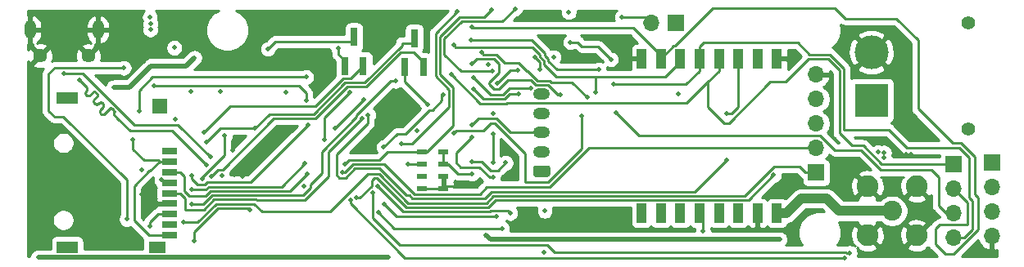
<source format=gbr>
%TF.GenerationSoftware,KiCad,Pcbnew,(5.1.6)-1*%
%TF.CreationDate,2021-06-02T18:30:26+10:00*%
%TF.ProjectId,L2_board,4c325f62-6f61-4726-942e-6b696361645f,2.0*%
%TF.SameCoordinates,Original*%
%TF.FileFunction,Copper,L4,Bot*%
%TF.FilePolarity,Positive*%
%FSLAX46Y46*%
G04 Gerber Fmt 4.6, Leading zero omitted, Abs format (unit mm)*
G04 Created by KiCad (PCBNEW (5.1.6)-1) date 2021-06-02 18:30:26*
%MOMM*%
%LPD*%
G01*
G04 APERTURE LIST*
%TA.AperFunction,SMDPad,CuDef*%
%ADD10R,1.000000X2.000000*%
%TD*%
%TA.AperFunction,SMDPad,CuDef*%
%ADD11R,0.800000X1.900000*%
%TD*%
%TA.AperFunction,SMDPad,CuDef*%
%ADD12R,1.092200X0.609600*%
%TD*%
%TA.AperFunction,SMDPad,CuDef*%
%ADD13R,1.800000X1.200000*%
%TD*%
%TA.AperFunction,SMDPad,CuDef*%
%ADD14R,2.200000X1.200000*%
%TD*%
%TA.AperFunction,SMDPad,CuDef*%
%ADD15R,1.500000X1.600000*%
%TD*%
%TA.AperFunction,SMDPad,CuDef*%
%ADD16R,1.600000X0.700000*%
%TD*%
%TA.AperFunction,ComponentPad*%
%ADD17C,3.500000*%
%TD*%
%TA.AperFunction,ComponentPad*%
%ADD18R,3.500000X3.500000*%
%TD*%
%TA.AperFunction,ComponentPad*%
%ADD19C,1.400000*%
%TD*%
%TA.AperFunction,ComponentPad*%
%ADD20O,1.700000X1.700000*%
%TD*%
%TA.AperFunction,ComponentPad*%
%ADD21R,1.700000X1.700000*%
%TD*%
%TA.AperFunction,ComponentPad*%
%ADD22C,2.250000*%
%TD*%
%TA.AperFunction,ComponentPad*%
%ADD23C,2.050000*%
%TD*%
%TA.AperFunction,ComponentPad*%
%ADD24O,1.750000X1.200000*%
%TD*%
%TA.AperFunction,ComponentPad*%
%ADD25O,1.200000X1.900000*%
%TD*%
%TA.AperFunction,ComponentPad*%
%ADD26C,1.450000*%
%TD*%
%TA.AperFunction,ViaPad*%
%ADD27C,0.500000*%
%TD*%
%TA.AperFunction,Conductor*%
%ADD28C,0.250000*%
%TD*%
%TA.AperFunction,Conductor*%
%ADD29C,0.500000*%
%TD*%
%TA.AperFunction,Conductor*%
%ADD30C,1.000000*%
%TD*%
%TA.AperFunction,Conductor*%
%ADD31C,0.254000*%
%TD*%
G04 APERTURE END LIST*
D10*
%TO.P,U7,16*%
%TO.N,RF_IO2*%
X170292000Y-101980000D03*
%TO.P,U7,15*%
%TO.N,RF_IO1*%
X172292000Y-101980000D03*
%TO.P,U7,14*%
%TO.N,RF_IO0*%
X174292000Y-101980000D03*
%TO.P,U7,13*%
%TO.N,VDD*%
X176292000Y-101980000D03*
%TO.P,U7,12*%
%TO.N,Net-(U7-Pad12)*%
X178292000Y-101980000D03*
%TO.P,U7,11*%
%TO.N,Net-(U7-Pad11)*%
X180292000Y-101980000D03*
%TO.P,U7,10*%
%TO.N,GND*%
X182292000Y-101980000D03*
%TO.P,U7,9*%
%TO.N,Net-(J6-Pad1)*%
X184292000Y-101980000D03*
%TO.P,U7,8*%
%TO.N,GND*%
X184292000Y-85980000D03*
%TO.P,U7,7*%
%TO.N,Net-(U7-Pad7)*%
X182292000Y-85980000D03*
%TO.P,U7,6*%
%TO.N,RESET_RF*%
X180292000Y-85980000D03*
%TO.P,U7,5*%
%TO.N,CS_RF*%
X178292000Y-85980000D03*
%TO.P,U7,4*%
%TO.N,SCK_RF*%
X176292000Y-85980000D03*
%TO.P,U7,3*%
%TO.N,MOSI_RF*%
X174292000Y-85980000D03*
%TO.P,U7,2*%
%TO.N,MISO_RF*%
X172292000Y-85980000D03*
%TO.P,U7,1*%
%TO.N,GND*%
X170292000Y-85980000D03*
%TD*%
D11*
%TO.P,Q3,3*%
%TO.N,DTR*%
X140589000Y-83717000D03*
%TO.P,Q3,2*%
%TO.N,BOOT*%
X139639000Y-86717000D03*
%TO.P,Q3,1*%
%TO.N,Net-(Q3-Pad1)*%
X141539000Y-86717000D03*
%TD*%
%TO.P,Q2,3*%
%TO.N,RTS*%
X146812000Y-83844000D03*
%TO.P,Q2,2*%
%TO.N,EN*%
X145862000Y-86844000D03*
%TO.P,Q2,1*%
%TO.N,Net-(Q2-Pad1)*%
X147762000Y-86844000D03*
%TD*%
D12*
%TO.P,U3,8*%
%TO.N,SCL*%
X147617000Y-95661000D03*
%TO.P,U3,7*%
%TO.N,SDA*%
X147617000Y-96911000D03*
%TO.P,U3,6*%
%TO.N,Net-(U3-Pad6)*%
X147617000Y-98161000D03*
%TO.P,U3,5*%
%TO.N,GND*%
X147617000Y-99411000D03*
%TO.P,U3,4*%
X149817000Y-99411000D03*
%TO.P,U3,3*%
X149817000Y-98161000D03*
%TO.P,U3,2*%
%TO.N,VDD*%
X149817000Y-96911000D03*
%TO.P,U3,1*%
X149817000Y-95661000D03*
%TD*%
D13*
%TO.P,J4,MP4*%
%TO.N,Net-(J4-PadMP4)*%
X120242000Y-105511000D03*
D14*
%TO.P,J4,MP3*%
%TO.N,Net-(J4-PadMP3)*%
X110942000Y-105511000D03*
%TO.P,J4,MP2*%
%TO.N,Net-(J4-PadMP2)*%
X110942000Y-90011000D03*
D15*
%TO.P,J4,MP1*%
%TO.N,Net-(J4-PadMP1)*%
X120492000Y-90911000D03*
D16*
%TO.P,J4,9*%
%TO.N,CS_SD*%
X121542000Y-104311000D03*
%TO.P,J4,8*%
%TO.N,Net-(J4-Pad8)*%
X121542000Y-103211000D03*
%TO.P,J4,7*%
%TO.N,MISO_SD*%
X121542000Y-102111000D03*
%TO.P,J4,6*%
%TO.N,GND*%
X121542000Y-101011000D03*
%TO.P,J4,5*%
%TO.N,CLK_SD*%
X121542000Y-99911000D03*
%TO.P,J4,4*%
%TO.N,VDD*%
X121542000Y-98811000D03*
%TO.P,J4,3*%
%TO.N,MOSI_SD*%
X121542000Y-97711000D03*
%TO.P,J4,2*%
%TO.N,CS_SD*%
X121542000Y-96611000D03*
%TO.P,J4,1*%
%TO.N,Net-(J4-Pad1)*%
X121542000Y-95511000D03*
%TD*%
D17*
%TO.P,J9,2*%
%TO.N,GND*%
X194056000Y-85297000D03*
D18*
%TO.P,J9,1*%
%TO.N,+BATT*%
X194056000Y-90297000D03*
D19*
%TO.P,J9,*%
%TO.N,*%
X204056000Y-82297000D03*
X204056000Y-93297000D03*
%TD*%
D20*
%TO.P,J8,4*%
%TO.N,GND*%
X206504540Y-104396540D03*
%TO.P,J8,3*%
%TO.N,VDD*%
X206504540Y-101856540D03*
%TO.P,J8,2*%
%TO.N,SCL*%
X206504540Y-99316540D03*
D21*
%TO.P,J8,1*%
%TO.N,SDA*%
X206504540Y-96776540D03*
%TD*%
D20*
%TO.P,J7,5*%
%TO.N,GND*%
X188341000Y-87630000D03*
%TO.P,J7,4*%
%TO.N,VDD*%
X188341000Y-90170000D03*
%TO.P,J7,3*%
%TO.N,RXD0*%
X188341000Y-92710000D03*
%TO.P,J7,2*%
%TO.N,TXD0*%
X188341000Y-95250000D03*
D21*
%TO.P,J7,1*%
%TO.N,DTR*%
X188341000Y-97790000D03*
%TD*%
D22*
%TO.P,J6,2*%
%TO.N,GND*%
X193649600Y-104292400D03*
X193649600Y-99212400D03*
X198729600Y-99212400D03*
X198729600Y-104292400D03*
D23*
%TO.P,J6,1*%
%TO.N,Net-(J6-Pad1)*%
X196189600Y-101752400D03*
%TD*%
D20*
%TO.P,BUZZER,2*%
%TO.N,Net-(D5-Pad2)*%
X171323000Y-82296000D03*
D21*
%TO.P,BUZZER,1*%
%TO.N,VDD*%
X173863000Y-82296000D03*
%TD*%
D24*
%TO.P,J3,5*%
%TO.N,GND*%
X159994600Y-89637600D03*
%TO.P,J3,4*%
%TO.N,TXD1_RRC3*%
X159994600Y-91637600D03*
%TO.P,J3,3*%
%TO.N,RXD1_RRC3*%
X159994600Y-93637600D03*
%TO.P,J3,2*%
%TO.N,VDD*%
X159994600Y-95637600D03*
%TO.P,J3,1*%
%TO.N,+BATT*%
%TA.AperFunction,ComponentPad*%
G36*
G01*
X160619601Y-98237600D02*
X159369599Y-98237600D01*
G75*
G02*
X159119600Y-97987601I0J249999D01*
G01*
X159119600Y-97287599D01*
G75*
G02*
X159369599Y-97037600I249999J0D01*
G01*
X160619601Y-97037600D01*
G75*
G02*
X160869600Y-97287599I0J-249999D01*
G01*
X160869600Y-97987601D01*
G75*
G02*
X160619601Y-98237600I-249999J0D01*
G01*
G37*
%TD.AperFunction*%
%TD*%
D25*
%TO.P,J2,6*%
%TO.N,GND*%
X107117000Y-82963500D03*
X114117000Y-82963500D03*
D26*
X108117000Y-85663500D03*
X113117000Y-85663500D03*
%TD*%
D20*
%TO.P,J1,4*%
%TO.N,SCK_RF*%
X202565000Y-104521000D03*
%TO.P,J1,3*%
%TO.N,MOSI_RF*%
X202565000Y-101981000D03*
%TO.P,J1,2*%
%TO.N,MISO_RF*%
X202565000Y-99441000D03*
D21*
%TO.P,J1,1*%
%TO.N,CS_RF*%
X202565000Y-96901000D03*
%TD*%
D27*
%TO.N,VDD*%
X195376800Y-95707200D03*
X195376800Y-96266000D03*
X194716400Y-95656400D03*
%TO.N,GND*%
X197002400Y-95859600D03*
X198170800Y-95859600D03*
X197612000Y-95859600D03*
X116586000Y-82956400D03*
X116535200Y-81584800D03*
%TO.N,VDD*%
X119481600Y-81635600D03*
X119532400Y-82956400D03*
%TO.N,GND*%
X116535200Y-82194400D03*
%TO.N,VDD*%
X119532400Y-82346800D03*
%TO.N,GND*%
X128041400Y-95504000D03*
X130644900Y-96672400D03*
X129870200Y-97447100D03*
X129082800Y-98209100D03*
X128803400Y-97497900D03*
X128193800Y-98044000D03*
X129959100Y-96266000D03*
X130594100Y-95758000D03*
X147066000Y-93472000D03*
X143764000Y-93218000D03*
X143764000Y-90170000D03*
X118618000Y-97536000D03*
X114787000Y-100605000D03*
X122148500Y-92227500D03*
X118618000Y-100076000D03*
X145288000Y-91694000D03*
X184404000Y-86106000D03*
X162814000Y-85852000D03*
X161213700Y-81153000D03*
X170243500Y-86106000D03*
X182435500Y-102044500D03*
X161823500Y-101676300D03*
X152654000Y-99212400D03*
X156565600Y-98247200D03*
X129387600Y-96901000D03*
X149821900Y-81307940D03*
X160172400Y-106087990D03*
X174086520Y-103759000D03*
X135376920Y-99202240D03*
X126481840Y-86901020D03*
%TO.N,VDD*%
X133502400Y-89458800D03*
X126746000Y-89408000D03*
X120675500Y-98552000D03*
X174091600Y-89611200D03*
X152772000Y-97917000D03*
X154940000Y-96723200D03*
X160299400Y-101765100D03*
X154939800Y-91615970D03*
X154940000Y-93738700D03*
X162788700Y-81153000D03*
X123723500Y-89408000D03*
X176646840Y-103850440D03*
X154482800Y-86546821D03*
X161217796Y-85825399D03*
X126940000Y-98055686D03*
%TO.N,+5V*%
X121997000Y-84836000D03*
X117094000Y-102616000D03*
X116789200Y-86918800D03*
%TO.N,Net-(J2-Pad3)*%
X125730000Y-96139000D03*
X110617000Y-87493810D03*
%TO.N,Net-(J2-Pad2)*%
X112217200Y-88214200D03*
X125330964Y-97011634D03*
%TO.N,+BATT*%
X184564020Y-104698800D03*
X154223222Y-104247783D03*
X124079000Y-85885020D03*
X115737640Y-88938100D03*
X144167860Y-106578400D03*
X107939840Y-106578400D03*
%TO.N,MISO_SD*%
X119888000Y-88773000D03*
X135636000Y-90297000D03*
X119530602Y-103342521D03*
%TO.N,CLK_SD*%
X141416390Y-92132345D03*
%TO.N,MOSI_SD*%
X135763000Y-97917000D03*
X135763000Y-97917000D03*
%TO.N,CS_SD*%
X117729000Y-94361000D03*
X118364000Y-91440000D03*
X135636000Y-87884000D03*
%TO.N,RXD0*%
X183959500Y-98044000D03*
X140856521Y-100411583D03*
%TO.N,TXD0*%
X139373310Y-97727318D03*
%TO.N,SCL*%
X154813000Y-80899000D03*
X123825000Y-99568000D03*
X123825000Y-99568000D03*
X135512790Y-96821398D03*
X191312800Y-106663000D03*
X140200305Y-100655297D03*
X139660242Y-96888159D03*
%TO.N,SDA*%
X151257000Y-81102200D03*
X145519140Y-94782640D03*
X146161760Y-96908620D03*
X123827540Y-98079560D03*
X135829040Y-92875100D03*
X191823340Y-106108500D03*
X142547969Y-99860141D03*
%TO.N,Net-(R5-Pad1)*%
X162941000Y-84264500D03*
X167132000Y-86042500D03*
%TO.N,Net-(C7-Pad2)*%
X157463790Y-87160949D03*
X155356610Y-88538883D03*
%TO.N,Net-(C11-Pad1)*%
X157226000Y-80789000D03*
X154911734Y-87259099D03*
%TO.N,BOOT*%
X138931844Y-84842156D03*
%TO.N,EN*%
X152772000Y-96647000D03*
X156260800Y-96774000D03*
X148233098Y-90755520D03*
X129832100Y-101609166D03*
X124080249Y-104829631D03*
%TO.N,DTR*%
X131691989Y-84962614D03*
X127236220Y-93954600D03*
X124943856Y-98407271D03*
X122978079Y-102905920D03*
%TO.N,RTS*%
X130302000Y-93218000D03*
X130302000Y-93218000D03*
X125349000Y-94615000D03*
%TO.N,Net-(Q2-Pad1)*%
X125862441Y-98169847D03*
%TO.N,Net-(Q3-Pad1)*%
X125095000Y-93599000D03*
%TO.N,Net-(D5-Pad2)*%
X168274000Y-81661000D03*
%TO.N,SCK_RF*%
X167386000Y-88646000D03*
X165862000Y-87122000D03*
X152654000Y-84074000D03*
%TO.N,MOSI_RF*%
X150876000Y-84582000D03*
X165544500Y-89471500D03*
X167703500Y-91567000D03*
%TO.N,MISO_RF*%
X152772000Y-82677000D03*
%TO.N,CS_RF*%
X150622000Y-87630000D03*
%TO.N,TXD1_RRC3*%
X138618930Y-93213890D03*
X155330440Y-102346427D03*
X143718824Y-101064143D03*
X141599039Y-90201751D03*
%TO.N,RXD1_RRC3*%
X152772000Y-92837000D03*
%TO.N,ESP_LED*%
X123825000Y-101092000D03*
X144907000Y-88286989D03*
%TO.N,Batt_sense*%
X154940000Y-98298000D03*
X154940000Y-98298000D03*
X152772000Y-94107000D03*
%TO.N,BUZZER*%
X152933594Y-89128406D03*
X157594123Y-89616779D03*
%TO.N,TXD2_GPS*%
X137537612Y-94372149D03*
X155881660Y-103565646D03*
X143122979Y-101937106D03*
X140140990Y-89469865D03*
%TO.N,RXD2_GPS*%
X156705300Y-101993700D03*
X143000608Y-99226906D03*
X149796500Y-89700100D03*
X143649700Y-95161100D03*
%TO.N,MPU_INT*%
X164084000Y-91948000D03*
X159258000Y-85852000D03*
X150928529Y-93686306D03*
X159766000Y-87118057D03*
%TO.N,RF_IO0*%
X153774140Y-85336380D03*
X164680900Y-89987120D03*
X174292000Y-101980000D03*
%TO.N,RF_IO1*%
X172267880Y-101937820D03*
X172267880Y-101937820D03*
X161914840Y-89722960D03*
X152772000Y-86487000D03*
%TO.N,RF_IO2*%
X170314620Y-101998780D03*
X152920700Y-87937340D03*
X158855015Y-89041769D03*
%TO.N,RESET_RF*%
X179082700Y-91668600D03*
X179108100Y-96469200D03*
X142049500Y-91833700D03*
%TD*%
D28*
%TO.N,GND*%
X149817000Y-98161000D02*
X149817000Y-99411000D01*
X147617000Y-99411000D02*
X149817000Y-99411000D01*
X119553000Y-101011000D02*
X118618000Y-100076000D01*
X121542000Y-101011000D02*
X119553000Y-101011000D01*
X182292000Y-101980000D02*
X182371000Y-101980000D01*
X182371000Y-101980000D02*
X182435500Y-102044500D01*
X150015600Y-99212400D02*
X149817000Y-99411000D01*
X152654000Y-99212400D02*
X150015600Y-99212400D01*
%TO.N,VDD*%
X149817000Y-96911000D02*
X149817000Y-95661000D01*
X121542000Y-98811000D02*
X120934500Y-98811000D01*
X120934500Y-98811000D02*
X120675500Y-98552000D01*
X154940000Y-96723200D02*
X154940000Y-93738700D01*
X154940000Y-93738700D02*
X154940000Y-93738700D01*
X176646840Y-102334840D02*
X176292000Y-101980000D01*
X176646840Y-103850440D02*
X176646840Y-102334840D01*
X152772000Y-97917000D02*
X151297640Y-97917000D01*
X150291640Y-96911000D02*
X149817000Y-96911000D01*
X151297640Y-97917000D02*
X150291640Y-96911000D01*
%TO.N,+5V*%
X117094000Y-102616000D02*
X117094000Y-98552000D01*
X117094000Y-98552000D02*
X110540800Y-91998800D01*
X110540800Y-91998800D02*
X109626400Y-91998800D01*
X109626400Y-91998800D02*
X109016800Y-91389200D01*
X109016800Y-91389200D02*
X109016800Y-87528400D01*
X109016800Y-87528400D02*
X109626400Y-86918800D01*
X109626400Y-86918800D02*
X116789200Y-86918800D01*
%TO.N,Net-(J2-Pad3)*%
X122402600Y-92811600D02*
X117906800Y-92811600D01*
X117906800Y-92811600D02*
X112589010Y-87493810D01*
X112589010Y-87493810D02*
X110617000Y-87493810D01*
X125730000Y-96139000D02*
X122402600Y-92811600D01*
%TO.N,Net-(J2-Pad2)*%
X115723785Y-91674504D02*
X115731258Y-91707252D01*
X115723784Y-91640916D02*
X115723785Y-91674504D01*
X115731259Y-91608168D02*
X115723784Y-91640916D01*
X115787719Y-91525382D02*
X115745832Y-91577906D01*
X115809766Y-91428784D02*
X115809767Y-91462372D01*
X115766775Y-91339513D02*
X115787718Y-91365774D01*
X115528382Y-91106438D02*
X115554643Y-91127380D01*
X115498118Y-91091863D02*
X115528382Y-91106438D01*
X115399036Y-91091864D02*
X115431782Y-91084389D01*
X115368772Y-91106437D02*
X115399036Y-91091864D01*
X115342513Y-91127382D02*
X115368772Y-91106437D01*
X114812185Y-91657713D02*
X115342513Y-91127382D01*
X114759662Y-91699599D02*
X114812185Y-91657713D01*
X114699136Y-91728746D02*
X114759662Y-91699599D01*
X115802293Y-91396036D02*
X115809766Y-91428784D01*
X114633642Y-91743695D02*
X114699136Y-91728746D01*
X114566463Y-91743695D02*
X114633642Y-91743695D01*
X114440443Y-91699599D02*
X114500969Y-91728746D01*
X114346035Y-91605191D02*
X114387921Y-91657714D01*
X114316888Y-91544665D02*
X114346035Y-91605191D01*
X114301939Y-91479171D02*
X114316888Y-91544665D01*
X115554643Y-91127380D02*
X115766775Y-91339513D01*
X114301939Y-91411992D02*
X114301939Y-91479171D01*
X115745832Y-91577906D02*
X115731259Y-91608168D01*
X114316888Y-91346498D02*
X114301939Y-91411992D01*
X114387921Y-91233450D02*
X114346035Y-91285972D01*
X114600053Y-91021318D02*
X114387921Y-91233450D01*
X114641938Y-90968795D02*
X114600053Y-91021318D01*
X115809767Y-91462372D02*
X115802292Y-91495120D01*
X114671086Y-90908269D02*
X114641938Y-90968795D01*
X114686034Y-90775596D02*
X114686034Y-90842775D01*
X114671086Y-90710102D02*
X114686034Y-90775596D01*
X114387921Y-91657714D02*
X114440443Y-91699599D01*
X114641938Y-90649576D02*
X114671086Y-90710102D01*
X114487004Y-90526021D02*
X114547530Y-90555168D01*
X114421510Y-90511072D02*
X114487004Y-90526021D01*
X114354331Y-90511072D02*
X114421510Y-90511072D01*
X114288837Y-90526021D02*
X114354331Y-90511072D01*
X115802292Y-91495120D02*
X115787719Y-91525382D01*
X114123266Y-90638939D02*
X114228311Y-90555168D01*
X114062740Y-90668086D02*
X114123266Y-90638939D01*
X113734732Y-89387338D02*
X113768320Y-89387337D01*
X113327264Y-89748528D02*
X113645462Y-89430329D01*
X113148721Y-89834509D02*
X113214215Y-89819560D01*
X113709640Y-90225312D02*
X113680493Y-90285838D01*
X114346035Y-91285972D02*
X114316888Y-91346498D01*
X113081542Y-89834509D02*
X113148721Y-89834509D01*
X113671722Y-89409386D02*
X113701984Y-89394811D01*
X113016048Y-89819560D02*
X113081542Y-89834509D01*
X112817018Y-89569985D02*
X112831967Y-89635479D01*
X114500969Y-91728746D02*
X114566463Y-91743695D01*
X112955522Y-89790413D02*
X113016048Y-89819560D01*
X114547530Y-90555168D02*
X114600053Y-90597054D01*
X112903000Y-89748528D02*
X112955522Y-89790413D01*
X113274741Y-89790413D02*
X113327264Y-89748528D01*
X112944885Y-89271741D02*
X112861114Y-89376786D01*
X114686034Y-90842775D02*
X114671086Y-90908269D01*
X112861114Y-89376786D02*
X112831967Y-89437312D01*
X113857592Y-89430327D02*
X114069724Y-89642459D01*
X115787718Y-91365774D02*
X115802293Y-91396036D01*
X112988981Y-89145721D02*
X112974032Y-89211215D01*
X112831967Y-89437312D02*
X112817018Y-89502806D01*
X113214215Y-89819560D02*
X113274741Y-89790413D01*
X112974032Y-89211215D02*
X112944885Y-89271741D01*
X114228311Y-90555168D02*
X114288837Y-90526021D01*
X113864573Y-90668086D02*
X113930067Y-90683035D01*
X112831967Y-89635479D02*
X112861114Y-89696005D01*
X113645462Y-89430329D02*
X113671722Y-89409386D01*
X112217200Y-88214200D02*
X112988981Y-88985981D01*
X115465372Y-91084390D02*
X115498118Y-91091863D01*
X112817018Y-89502806D02*
X112817018Y-89569985D01*
X113768320Y-89387337D02*
X113801068Y-89394812D01*
X113701984Y-89394811D02*
X113734732Y-89387338D01*
X112988981Y-88985981D02*
X112988981Y-89145721D01*
X112861114Y-89696005D02*
X112903000Y-89748528D01*
X113804047Y-90638939D02*
X113864573Y-90668086D01*
X113801068Y-89394812D02*
X113831330Y-89409385D01*
X113680493Y-90484005D02*
X113709640Y-90544531D01*
X113831330Y-89409385D02*
X113857592Y-89430327D01*
X114069724Y-89642459D02*
X114090667Y-89668721D01*
X114090667Y-89668721D02*
X114105240Y-89698983D01*
X115431782Y-91084389D02*
X115465372Y-91084390D01*
X114105240Y-89698983D02*
X114112715Y-89731731D01*
X114105241Y-89798067D02*
X114090666Y-89828329D01*
X114112715Y-89731731D02*
X114112714Y-89765319D01*
X113997246Y-90683035D02*
X114062740Y-90668086D01*
X114112714Y-89765319D02*
X114105241Y-89798067D01*
X114090666Y-89828329D02*
X114069724Y-89854591D01*
X114069724Y-89854591D02*
X113751525Y-90172790D01*
X114600053Y-90597054D02*
X114641938Y-90649576D01*
X113751525Y-90172790D02*
X113709640Y-90225312D01*
X113680493Y-90285838D02*
X113665544Y-90351332D01*
X113665544Y-90418511D02*
X113680493Y-90484005D01*
X113665544Y-90351332D02*
X113665544Y-90418511D01*
X113709640Y-90544531D02*
X113751525Y-90597054D01*
X113751525Y-90597054D02*
X113804047Y-90638939D01*
X113930067Y-90683035D02*
X113997246Y-90683035D01*
X115731258Y-91707252D02*
X115745833Y-91737514D01*
X115745833Y-91737514D02*
X115766775Y-91763776D01*
X115766775Y-91763776D02*
X116125311Y-92122311D01*
X116125311Y-92122311D02*
X117449600Y-93446600D01*
X117449600Y-93446600D02*
X121765929Y-93446600D01*
X121765929Y-93446600D02*
X125330964Y-97011635D01*
D29*
%TO.N,+BATT*%
X184564020Y-104698800D02*
X154674239Y-104698800D01*
X154674239Y-104698800D02*
X154223222Y-104247783D01*
X115737640Y-88938100D02*
X117396260Y-88938100D01*
X117396260Y-88938100D02*
X119607330Y-86727030D01*
X124079000Y-85885020D02*
X123236990Y-86727030D01*
X119607330Y-86727030D02*
X123236990Y-86727030D01*
X144167860Y-106578400D02*
X107939840Y-106578400D01*
D28*
%TO.N,MISO_SD*%
X135636000Y-90297000D02*
X135636000Y-89535000D01*
X134874000Y-88773000D02*
X119888000Y-88773000D01*
X135636000Y-89535000D02*
X134874000Y-88773000D01*
X120306927Y-102111000D02*
X119530602Y-102887325D01*
X119530602Y-102887325D02*
X119530602Y-103342521D01*
X121542000Y-102111000D02*
X120306927Y-102111000D01*
%TO.N,CLK_SD*%
X122592000Y-99911000D02*
X123117200Y-100436200D01*
X137929191Y-95619544D02*
X141416390Y-92132345D01*
X123117200Y-100436200D02*
X123117200Y-101672800D01*
X121542000Y-99911000D02*
X122592000Y-99911000D01*
X123117200Y-101672800D02*
X125037159Y-101672800D01*
X135490672Y-100588218D02*
X137929191Y-98149699D01*
X125037159Y-101672800D02*
X126125814Y-100584145D01*
X130524640Y-100584145D02*
X130528713Y-100588218D01*
X130528713Y-100588218D02*
X135490672Y-100588218D01*
X137929191Y-98149699D02*
X137929191Y-95619544D01*
X126125814Y-100584145D02*
X130524640Y-100584145D01*
%TO.N,MOSI_SD*%
X122592000Y-97711000D02*
X121542000Y-97711000D01*
X123063000Y-98182000D02*
X122592000Y-97711000D01*
X135763000Y-97917000D02*
X133995877Y-99684123D01*
X125234136Y-100203000D02*
X123571000Y-100203000D01*
X123571000Y-100203000D02*
X123063000Y-99695000D01*
X123063000Y-99695000D02*
X123063000Y-98182000D01*
X133995877Y-99684123D02*
X125753013Y-99684123D01*
X125753013Y-99684123D02*
X125234136Y-100203000D01*
%TO.N,CS_SD*%
X120492000Y-96611000D02*
X121542000Y-96611000D01*
X120492000Y-96611000D02*
X120401000Y-96520000D01*
X120401000Y-96520000D02*
X118872000Y-96520000D01*
X118872000Y-96520000D02*
X117729000Y-95377000D01*
X117729000Y-95377000D02*
X117729000Y-94361000D01*
X118364000Y-91440000D02*
X118364000Y-89281000D01*
X118364000Y-89281000D02*
X119761000Y-87884000D01*
X119761000Y-87884000D02*
X135636000Y-87884000D01*
X119422590Y-104311000D02*
X121542000Y-104311000D01*
X119507000Y-97596000D02*
X119409002Y-97596000D01*
X117856000Y-102744410D02*
X119422590Y-104311000D01*
X120492000Y-96611000D02*
X119507000Y-97596000D01*
X119409002Y-97596000D02*
X117856000Y-99149002D01*
X117856000Y-99149002D02*
X117856000Y-102744410D01*
D30*
%TO.N,Net-(J6-Pad1)*%
X184292000Y-101980000D02*
X185294000Y-101980000D01*
X189407800Y-100457000D02*
X190703200Y-101752400D01*
X186817000Y-100457000D02*
X189407800Y-100457000D01*
X190703200Y-101752400D02*
X196189600Y-101752400D01*
X185294000Y-101980000D02*
X186817000Y-100457000D01*
D28*
%TO.N,RXD0*%
X142676299Y-98385222D02*
X142428822Y-98632699D01*
X181348501Y-100654999D02*
X155189323Y-100654999D01*
X142972102Y-98385222D02*
X142676299Y-98385222D01*
X183959500Y-98044000D02*
X181348501Y-100654999D01*
X154449200Y-101395122D02*
X145982001Y-101395122D01*
X155189323Y-100654999D02*
X154449200Y-101395122D01*
X141183339Y-100411583D02*
X140856521Y-100411583D01*
X145982001Y-101395122D02*
X142972102Y-98385222D01*
X142428822Y-98632699D02*
X142428822Y-99166100D01*
X142428822Y-99166100D02*
X141183339Y-100411583D01*
%TO.N,TXD0*%
X153572500Y-100032389D02*
X150631513Y-100032389D01*
X139634271Y-97727318D02*
X139373310Y-97727318D01*
X150631513Y-100032389D02*
X150623101Y-100040801D01*
X140466100Y-96895489D02*
X139634271Y-97727318D01*
X188341000Y-95250000D02*
X164844589Y-95250000D01*
X143665587Y-96895489D02*
X140466100Y-96895489D01*
X164844589Y-95250000D02*
X160789619Y-99304970D01*
X154299919Y-99304970D02*
X153572500Y-100032389D01*
X150623101Y-100040801D02*
X146810899Y-100040801D01*
X160789619Y-99304970D02*
X154299919Y-99304970D01*
X146810899Y-100040801D02*
X143665587Y-96895489D01*
%TO.N,SCL*%
X149471811Y-87608701D02*
X150843411Y-88980300D01*
X149471811Y-83697368D02*
X149471811Y-87608701D01*
X151519201Y-81649978D02*
X149471811Y-83697368D01*
X154813000Y-80899000D02*
X154062022Y-81649978D01*
X150843411Y-88980300D02*
X150843411Y-92921800D01*
X148104211Y-95661000D02*
X147617000Y-95661000D01*
X150843411Y-92921800D02*
X148104211Y-95661000D01*
X154062022Y-81649978D02*
X151519201Y-81649978D01*
X191312800Y-106663000D02*
X145854455Y-106663000D01*
X140200305Y-101008850D02*
X140200305Y-100655297D01*
X145854455Y-106663000D02*
X140200305Y-101008850D01*
X147617000Y-95661000D02*
X144000802Y-95661000D01*
X144000802Y-95661000D02*
X143216324Y-96445478D01*
X140102923Y-96445478D02*
X139660242Y-96888159D01*
X143216324Y-96445478D02*
X140102923Y-96445478D01*
X125566613Y-99234112D02*
X133100076Y-99234112D01*
X133100076Y-99234112D02*
X135512790Y-96821398D01*
X125232725Y-99568000D02*
X125566613Y-99234112D01*
X123825000Y-99568000D02*
X125232725Y-99568000D01*
%TO.N,SDA*%
X151257000Y-81102200D02*
X149021800Y-83337400D01*
X149021800Y-83337400D02*
X149021800Y-87795100D01*
X149021800Y-87795100D02*
X150393400Y-89166700D01*
X150393400Y-89166700D02*
X150393400Y-90995602D01*
X150393400Y-90995602D02*
X146606362Y-94782640D01*
X146606362Y-94782640D02*
X145519140Y-94782640D01*
X147614620Y-96908620D02*
X147617000Y-96911000D01*
X146161760Y-96908620D02*
X147614620Y-96908620D01*
X191469787Y-106108500D02*
X191449286Y-106087999D01*
X142547969Y-102494051D02*
X142547969Y-99860141D01*
X191449286Y-106087999D02*
X161332999Y-106087999D01*
X161332999Y-106087999D02*
X160545780Y-105300780D01*
X160545780Y-105300780D02*
X145354698Y-105300780D01*
X145354698Y-105300780D02*
X142547969Y-102494051D01*
X191823340Y-106108500D02*
X191469787Y-106108500D01*
X123827540Y-98433113D02*
X124396968Y-99002541D01*
X123827540Y-98079560D02*
X123827540Y-98433113D01*
X124396968Y-99002541D02*
X125161773Y-99002541D01*
X125161773Y-99002541D02*
X125380213Y-98784101D01*
X129920039Y-98784101D02*
X135579041Y-93125099D01*
X135579041Y-93125099D02*
X135829040Y-92875100D01*
X125380213Y-98784101D02*
X129920039Y-98784101D01*
%TO.N,Net-(R5-Pad1)*%
X163703000Y-84264500D02*
X162941000Y-84264500D01*
X164147500Y-84709000D02*
X163703000Y-84264500D01*
X165798500Y-84709000D02*
X164147500Y-84709000D01*
X167132000Y-86042500D02*
X165798500Y-84709000D01*
%TO.N,Net-(C7-Pad2)*%
X157463790Y-87160949D02*
X156734544Y-87160949D01*
X156734544Y-87160949D02*
X155356610Y-88538883D01*
%TO.N,Net-(C11-Pad1)*%
X157226000Y-80789000D02*
X155915011Y-82099989D01*
X149921822Y-85534233D02*
X151646688Y-87259099D01*
X151646688Y-87259099D02*
X154911734Y-87259099D01*
X149921822Y-83883768D02*
X149921822Y-85534233D01*
X151705601Y-82099989D02*
X149921822Y-83883768D01*
X155915011Y-82099989D02*
X151705601Y-82099989D01*
%TO.N,BOOT*%
X138931844Y-85509844D02*
X138931844Y-85195709D01*
X139639000Y-86217000D02*
X138931844Y-85509844D01*
X138931844Y-85195709D02*
X138931844Y-84842156D01*
%TO.N,EN*%
X145862000Y-86344000D02*
X145907000Y-86344000D01*
X154714799Y-97552201D02*
X153809598Y-96647000D01*
X153809598Y-96647000D02*
X152772000Y-96647000D01*
X155482599Y-97552201D02*
X154714799Y-97552201D01*
X156260800Y-96774000D02*
X155482599Y-97552201D01*
X145862000Y-88384422D02*
X148233098Y-90755520D01*
X145862000Y-86844000D02*
X145862000Y-88384422D01*
X129832100Y-101600000D02*
X129832100Y-101609166D01*
X129720339Y-101488239D02*
X129832100Y-101600000D01*
X126494541Y-101488239D02*
X129720339Y-101488239D01*
X124080249Y-103902531D02*
X126494541Y-101488239D01*
X124080249Y-104829631D02*
X124080249Y-103902531D01*
%TO.N,DTR*%
X140589000Y-84217000D02*
X132437603Y-84217000D01*
X132437603Y-84217000D02*
X131691989Y-84962614D01*
X127236220Y-93954600D02*
X127236220Y-95957380D01*
X127236220Y-95957380D02*
X124943856Y-98249744D01*
X124943856Y-98249744D02*
X124943856Y-98407271D01*
X187241000Y-97790000D02*
X186606000Y-97155000D01*
X146168401Y-100945111D02*
X143158501Y-97935211D01*
X184023000Y-97155000D02*
X180973011Y-100204988D01*
X155002922Y-100204988D02*
X154262800Y-100945111D01*
X188341000Y-97790000D02*
X187241000Y-97790000D01*
X186606000Y-97155000D02*
X184023000Y-97155000D01*
X180973011Y-100204988D02*
X155002922Y-100204988D01*
X130251880Y-101034156D02*
X126312214Y-101034156D01*
X124440450Y-102905920D02*
X122978079Y-102905920D01*
X142032700Y-97935211D02*
X138123120Y-101844791D01*
X138123120Y-101844791D02*
X131062515Y-101844791D01*
X126312214Y-101034156D02*
X124440450Y-102905920D01*
X131062515Y-101844791D02*
X130251880Y-101034156D01*
X154262800Y-100945111D02*
X146168401Y-100945111D01*
X143158501Y-97935211D02*
X142032700Y-97935211D01*
%TO.N,RTS*%
X130302000Y-93218000D02*
X126746000Y-93218000D01*
X126746000Y-93218000D02*
X125349000Y-94615000D01*
X145524590Y-84344000D02*
X145524590Y-84609997D01*
X145524590Y-84609997D02*
X141689734Y-88444853D01*
X139678587Y-88444854D02*
X136418421Y-91705020D01*
X136418421Y-91705020D02*
X131814980Y-91705020D01*
X141689734Y-88444853D02*
X139678587Y-88444854D01*
X131814980Y-91705020D02*
X130302000Y-93218000D01*
X146812000Y-84344000D02*
X145524590Y-84344000D01*
%TO.N,Net-(Q2-Pad1)*%
X146762000Y-85344000D02*
X145426997Y-85344000D01*
X147762000Y-86344000D02*
X146762000Y-85344000D01*
X136604820Y-92155031D02*
X132313101Y-92155031D01*
X126987447Y-97480685D02*
X126551603Y-97480685D01*
X126551603Y-97480685D02*
X125862441Y-98169847D01*
X141876133Y-88894864D02*
X139864988Y-88894863D01*
X132313101Y-92155031D02*
X126987447Y-97480685D01*
X145426997Y-85344000D02*
X141876133Y-88894864D01*
X139864988Y-88894863D02*
X136604820Y-92155031D01*
%TO.N,Net-(Q3-Pad1)*%
X140261158Y-87994842D02*
X141539000Y-86717000D01*
X136594424Y-90892607D02*
X139492189Y-87994842D01*
X139492189Y-87994842D02*
X140261158Y-87994842D01*
X127801393Y-90892607D02*
X136594424Y-90892607D01*
X125095000Y-93599000D02*
X127801393Y-90892607D01*
%TO.N,Net-(D5-Pad2)*%
X170688000Y-81661000D02*
X171323000Y-82296000D01*
X168274000Y-81661000D02*
X170688000Y-81661000D01*
%TO.N,SCK_RF*%
X176292000Y-87230000D02*
X176292000Y-85980000D01*
X174876000Y-88646000D02*
X176292000Y-87230000D01*
X167386000Y-88646000D02*
X174876000Y-88646000D01*
X158967413Y-84074000D02*
X152654000Y-84074000D01*
X160666019Y-86244019D02*
X160666018Y-85987198D01*
X160666018Y-85987198D02*
X160283012Y-85604192D01*
X165862000Y-87122000D02*
X161544000Y-87122000D01*
X160283012Y-85389599D02*
X158967413Y-84074000D01*
X160283012Y-85604192D02*
X160283012Y-85389599D01*
X161544000Y-87122000D02*
X160666019Y-86244019D01*
X186436000Y-84328000D02*
X187642500Y-85534500D01*
X176292000Y-85980000D02*
X176292000Y-84730000D01*
X176292000Y-84730000D02*
X176694000Y-84328000D01*
X176694000Y-84328000D02*
X186436000Y-84328000D01*
X203141014Y-95192011D02*
X204152500Y-96203497D01*
X187642500Y-85534500D02*
X189738001Y-85534500D01*
X204475511Y-103713081D02*
X203667592Y-104521000D01*
X204152500Y-96203497D02*
X204152500Y-100392090D01*
X197679600Y-95192011D02*
X203141014Y-95192011D01*
X204152500Y-100392090D02*
X204475511Y-100715100D01*
X204475511Y-100715100D02*
X204475511Y-103713081D01*
X189738001Y-85534500D02*
X191198500Y-86994999D01*
X191198500Y-93345000D02*
X195832589Y-93345000D01*
X195832589Y-93345000D02*
X197679600Y-95192011D01*
X203667592Y-104521000D02*
X202565000Y-104521000D01*
X191198500Y-86994999D02*
X191198500Y-93345000D01*
%TO.N,MOSI_RF*%
X174292000Y-85980000D02*
X174292000Y-86312000D01*
X174292000Y-86312000D02*
X172720000Y-87884000D01*
X165544500Y-87884000D02*
X165544500Y-89471500D01*
X172720000Y-87884000D02*
X165544500Y-87884000D01*
X160216009Y-86610478D02*
X160216009Y-86173599D01*
X159833001Y-85790591D02*
X159833001Y-85575999D01*
X151055379Y-84761379D02*
X150876000Y-84582000D01*
X159018381Y-84761379D02*
X151055379Y-84761379D01*
X159833001Y-85575999D02*
X159018381Y-84761379D01*
X160216009Y-86173599D02*
X159833001Y-85790591D01*
X161489531Y-87884000D02*
X160216009Y-86610478D01*
X165544500Y-87884000D02*
X161489531Y-87884000D01*
X200240900Y-97459800D02*
X201002900Y-98221800D01*
X193013087Y-95440500D02*
X195032387Y-97459800D01*
X201002900Y-101206300D02*
X201777600Y-101981000D01*
X190270502Y-95440500D02*
X193013087Y-95440500D01*
X201777600Y-101981000D02*
X202565000Y-101981000D01*
X195032387Y-97459800D02*
X200240900Y-97459800D01*
X188746502Y-93916500D02*
X190270502Y-95440500D01*
X201002900Y-98221800D02*
X201002900Y-101206300D01*
X167703500Y-91567000D02*
X170053000Y-93916500D01*
X170053000Y-93916500D02*
X188746502Y-93916500D01*
%TO.N,MISO_RF*%
X152899000Y-82804000D02*
X152772000Y-82677000D01*
X169418000Y-82804000D02*
X152899000Y-82804000D01*
X172292000Y-85678000D02*
X169418000Y-82804000D01*
X172292000Y-85980000D02*
X172292000Y-85678000D01*
X173789003Y-84654999D02*
X173617001Y-84654999D01*
X191382498Y-81844998D02*
X190309500Y-80772000D01*
X196652998Y-81844998D02*
X191382498Y-81844998D01*
X198882000Y-84074000D02*
X196652998Y-81844998D01*
X198882000Y-91186000D02*
X198882000Y-84074000D01*
X203327413Y-94742000D02*
X202438000Y-94742000D01*
X204724000Y-96138587D02*
X203327413Y-94742000D01*
X190309500Y-80772000D02*
X177672002Y-80772000D01*
X204025500Y-103187500D02*
X201104500Y-103187500D01*
X177672002Y-80772000D02*
X173789003Y-84654999D01*
X205105000Y-103720002D02*
X205105000Y-100393500D01*
X202565000Y-99441000D02*
X204025500Y-100901500D01*
X202438000Y-94742000D02*
X198882000Y-91186000D01*
X201104500Y-103187500D02*
X200660000Y-103632000D01*
X200660000Y-105219500D02*
X201676000Y-106235500D01*
X201676000Y-106235500D02*
X202589502Y-106235500D01*
X204025500Y-100901500D02*
X204025500Y-103187500D01*
X202589502Y-106235500D02*
X205105000Y-103720002D01*
X200660000Y-103632000D02*
X200660000Y-105219500D01*
X205105000Y-100393500D02*
X204724000Y-100012500D01*
X173617001Y-84654999D02*
X172292000Y-85980000D01*
X204724000Y-100012500D02*
X204724000Y-96138587D01*
%TO.N,CS_RF*%
X178292000Y-85980000D02*
X178292000Y-87230000D01*
X178292000Y-87230000D02*
X177147500Y-88374500D01*
X177147500Y-88374500D02*
X174959390Y-90562610D01*
X153592551Y-90600551D02*
X150622000Y-87630000D01*
X174959390Y-90562610D02*
X156370262Y-90562610D01*
X156370262Y-90562610D02*
X156332321Y-90600551D01*
X156332321Y-90600551D02*
X153592551Y-90600551D01*
X193199487Y-94990489D02*
X192080579Y-94990489D01*
X195109997Y-96901000D02*
X193199487Y-94990489D01*
X190748489Y-93658399D02*
X190748489Y-87181399D01*
X190748489Y-87181399D02*
X189551601Y-85984511D01*
X179307201Y-92652009D02*
X178858199Y-92652009D01*
X189551601Y-85984511D02*
X187573489Y-85984511D01*
X178858199Y-92652009D02*
X177147500Y-90941310D01*
X177147500Y-90941310D02*
X177147500Y-88374500D01*
X192080579Y-94990489D02*
X190748489Y-93658399D01*
X183584710Y-88374500D02*
X179307201Y-92652009D01*
X185183500Y-88374500D02*
X183584710Y-88374500D01*
X187573489Y-85984511D02*
X185183500Y-88374500D01*
X202565000Y-96901000D02*
X195109997Y-96901000D01*
%TO.N,TXD1_RRC3*%
X138586898Y-93213890D02*
X141569250Y-90231538D01*
X155330440Y-102346427D02*
X145001108Y-102346427D01*
X145001108Y-102346427D02*
X143718824Y-101064143D01*
X141539844Y-90201751D02*
X141599039Y-90201751D01*
X141487773Y-90149680D02*
X141539844Y-90201751D01*
%TO.N,RXD1_RRC3*%
X159994600Y-93637600D02*
X156746721Y-93637600D01*
X153418020Y-92190980D02*
X152772000Y-92837000D01*
X156746721Y-93637600D02*
X155300101Y-92190980D01*
X155300101Y-92190980D02*
X153418020Y-92190980D01*
%TO.N,ESP_LED*%
X130711040Y-100134134D02*
X130715113Y-100138207D01*
X144553447Y-88286989D02*
X144907000Y-88286989D01*
X144410742Y-88286989D02*
X144553447Y-88286989D01*
X140841388Y-91856343D02*
X144410742Y-88286989D01*
X140841388Y-91999048D02*
X140841388Y-91856343D01*
X136056780Y-99372999D02*
X136056780Y-99004699D01*
X137229009Y-95611427D02*
X140841388Y-91999048D01*
X137229009Y-97832470D02*
X137229009Y-95611427D01*
X136056780Y-99004699D02*
X137229009Y-97832470D01*
X135291572Y-100138207D02*
X136056780Y-99372999D01*
X125939414Y-100134134D02*
X130711040Y-100134134D01*
X130715113Y-100138207D02*
X135291572Y-100138207D01*
X124981548Y-101092000D02*
X125939414Y-100134134D01*
X123825000Y-101092000D02*
X124981548Y-101092000D01*
%TO.N,Batt_sense*%
X151137191Y-95741809D02*
X152772000Y-94107000D01*
X153512458Y-97224011D02*
X151604000Y-97224011D01*
X151137191Y-96757201D02*
X151137191Y-95741809D01*
X154940000Y-98298000D02*
X154586447Y-98298000D01*
X151604000Y-97224011D02*
X151137191Y-96757201D01*
X154586447Y-98298000D02*
X153512458Y-97224011D01*
%TO.N,BUZZER*%
X156145921Y-90150540D02*
X156679682Y-89616779D01*
X156679682Y-89616779D02*
X157594123Y-89616779D01*
X153955728Y-90150540D02*
X156145921Y-90150540D01*
X152933594Y-89128406D02*
X153955728Y-90150540D01*
%TO.N,TXD2_GPS*%
X144751519Y-103565646D02*
X143122979Y-101937106D01*
X155881660Y-103565646D02*
X144751519Y-103565646D01*
X137537612Y-94372149D02*
X137537612Y-92073243D01*
X137537612Y-92073243D02*
X140140990Y-89469865D01*
%TO.N,RXD2_GPS*%
X156455301Y-101743701D02*
X154737032Y-101743701D01*
X154635600Y-101845133D02*
X145618835Y-101845133D01*
X154737032Y-101743701D02*
X154635600Y-101845133D01*
X156705300Y-101993700D02*
X156455301Y-101743701D01*
X145618835Y-101845133D02*
X143000608Y-99226906D01*
X149669500Y-89827100D02*
X149796500Y-89700100D01*
X149669500Y-90335100D02*
X149669500Y-89827100D01*
X148691600Y-91313000D02*
X149669500Y-90335100D01*
X148373998Y-91313000D02*
X148691600Y-91313000D01*
X145046700Y-93764100D02*
X145922898Y-93764100D01*
X145922898Y-93764100D02*
X148373998Y-91313000D01*
X143649700Y-95161100D02*
X145046700Y-93764100D01*
%TO.N,MPU_INT*%
X159766000Y-86360000D02*
X159766000Y-87118048D01*
X159258000Y-85852000D02*
X159766000Y-86360000D01*
X160614390Y-98806000D02*
X158242000Y-98806000D01*
X158242000Y-98806000D02*
X158242000Y-95769290D01*
X155113701Y-92640991D02*
X154740899Y-92640991D01*
X164084000Y-91948000D02*
X164084000Y-95336390D01*
X164084000Y-95336390D02*
X160614390Y-98806000D01*
X158242000Y-95769290D02*
X155113701Y-92640991D01*
X153945583Y-93436307D02*
X151178528Y-93436307D01*
X154740899Y-92640991D02*
X153945583Y-93436307D01*
X151178528Y-93436307D02*
X150928529Y-93686306D01*
%TO.N,RF_IO0*%
X153959561Y-85521801D02*
X155263992Y-85521802D01*
X153774140Y-85336380D02*
X153959561Y-85521801D01*
X155263992Y-85521802D02*
X156132670Y-86390480D01*
X157551010Y-86390480D02*
X158437580Y-87277050D01*
X156132670Y-86390480D02*
X157551010Y-86390480D01*
X158437580Y-87277050D02*
X158559610Y-87277050D01*
X160839151Y-88262579D02*
X160996512Y-88419940D01*
X159545139Y-88262579D02*
X160839151Y-88262579D01*
X158559610Y-87277050D02*
X159545139Y-88262579D01*
X160996512Y-88419940D02*
X163113720Y-88419940D01*
X163113720Y-88419940D02*
X164680900Y-89987120D01*
%TO.N,RF_IO1*%
X172292000Y-101980000D02*
X172292000Y-101961940D01*
X172292000Y-101961940D02*
X172267880Y-101937820D01*
X153287189Y-85971811D02*
X152772000Y-86487000D01*
X158870939Y-88224789D02*
X156483891Y-88224789D01*
X159358739Y-88712590D02*
X158870939Y-88224789D01*
X154536140Y-88447880D02*
X155577540Y-87406480D01*
X155590240Y-89118440D02*
X155064460Y-89118440D01*
X155064460Y-89118440D02*
X154536140Y-88590120D01*
X155077591Y-85971811D02*
X153287189Y-85971811D01*
X155577540Y-86471760D02*
X155077591Y-85971811D01*
X160652751Y-88712590D02*
X159358739Y-88712590D01*
X154536140Y-88590120D02*
X154536140Y-88447880D01*
X156483891Y-88224789D02*
X155590240Y-89118440D01*
X161663121Y-89722960D02*
X160652751Y-88712590D01*
X155577540Y-87406480D02*
X155577540Y-86471760D01*
X161914840Y-89722960D02*
X161663121Y-89722960D01*
%TO.N,RF_IO2*%
X170292000Y-101980000D02*
X170295840Y-101980000D01*
X170295840Y-101980000D02*
X170314620Y-101998780D01*
X154683889Y-89700529D02*
X155959521Y-89700529D01*
X156618281Y-89041769D02*
X158855015Y-89041769D01*
X152920700Y-87937340D02*
X154683889Y-89700529D01*
X155959521Y-89700529D02*
X156618281Y-89041769D01*
%TO.N,RESET_RF*%
X180292000Y-85980000D02*
X180292000Y-90954600D01*
X180292000Y-90954600D02*
X179578000Y-91668600D01*
X179578000Y-91668600D02*
X179082700Y-91668600D01*
X175822319Y-99754981D02*
X154816519Y-99754981D01*
X179108100Y-96469200D02*
X175822319Y-99754981D01*
X146624499Y-100490812D02*
X146616087Y-100482400D01*
X154816519Y-99754981D02*
X154080688Y-100490812D01*
X154080688Y-100490812D02*
X146624499Y-100490812D01*
X146295888Y-100162201D02*
X146021901Y-100162201D01*
X146616087Y-100482400D02*
X146295888Y-100162201D01*
X146021901Y-100162201D02*
X143205200Y-97345500D01*
X143205200Y-97345500D02*
X141986000Y-97345500D01*
X141986000Y-97345500D02*
X140652500Y-97345500D01*
X140652500Y-97345500D02*
X139687300Y-98310700D01*
X139687300Y-98310700D02*
X139077700Y-98310700D01*
X139077700Y-98310700D02*
X138798300Y-98031300D01*
X138798300Y-98031300D02*
X138798300Y-95923100D01*
X138798300Y-95923100D02*
X142049500Y-92671900D01*
X142049500Y-92671900D02*
X142049500Y-91833700D01*
%TD*%
D31*
%TO.N,GND*%
G36*
X189706707Y-95951508D02*
G01*
X189730501Y-95980501D01*
X189759494Y-96004295D01*
X189759498Y-96004299D01*
X189817422Y-96051835D01*
X189846226Y-96075474D01*
X189978255Y-96146046D01*
X190121516Y-96189503D01*
X190233169Y-96200500D01*
X190233178Y-96200500D01*
X190270501Y-96204176D01*
X190307824Y-96200500D01*
X192698286Y-96200500D01*
X193975371Y-97477587D01*
X193937895Y-97467540D01*
X193591950Y-97444824D01*
X193248220Y-97490034D01*
X192919915Y-97601434D01*
X192715521Y-97710686D01*
X192604674Y-97987869D01*
X193649600Y-99032795D01*
X193663743Y-99018653D01*
X193843348Y-99198258D01*
X193829205Y-99212400D01*
X194874131Y-100257326D01*
X195151314Y-100146479D01*
X195304689Y-99835560D01*
X195394460Y-99500695D01*
X195417176Y-99154750D01*
X195371966Y-98811020D01*
X195260566Y-98482715D01*
X195151314Y-98278321D01*
X195008216Y-98221095D01*
X195032386Y-98223476D01*
X195069709Y-98219800D01*
X197374223Y-98219800D01*
X197227886Y-98278321D01*
X197074511Y-98589240D01*
X196984740Y-98924105D01*
X196962024Y-99270050D01*
X197007234Y-99613780D01*
X197118634Y-99942085D01*
X197227886Y-100146479D01*
X197505069Y-100257326D01*
X198549995Y-99212400D01*
X198535853Y-99198258D01*
X198715458Y-99018653D01*
X198729600Y-99032795D01*
X198743743Y-99018653D01*
X198923348Y-99198258D01*
X198909205Y-99212400D01*
X199954131Y-100257326D01*
X200231314Y-100146479D01*
X200242901Y-100122991D01*
X200242901Y-101168968D01*
X200239224Y-101206300D01*
X200242901Y-101243633D01*
X200253898Y-101355286D01*
X200259257Y-101372951D01*
X200297354Y-101498546D01*
X200367926Y-101630576D01*
X200433338Y-101710280D01*
X200462900Y-101746301D01*
X200491898Y-101770099D01*
X201137854Y-102416056D01*
X201142594Y-102427500D01*
X201141823Y-102427500D01*
X201104500Y-102423824D01*
X201067177Y-102427500D01*
X201067167Y-102427500D01*
X200955514Y-102438497D01*
X200819469Y-102479765D01*
X200812253Y-102481954D01*
X200680223Y-102552526D01*
X200658890Y-102570034D01*
X200564499Y-102647499D01*
X200540696Y-102676503D01*
X200149003Y-103068196D01*
X200119999Y-103091999D01*
X200069504Y-103153528D01*
X200025026Y-103207724D01*
X199995035Y-103263832D01*
X199954131Y-103247474D01*
X198909205Y-104292400D01*
X198923348Y-104306543D01*
X198743743Y-104486148D01*
X198729600Y-104472005D01*
X197684674Y-105516931D01*
X197795521Y-105794114D01*
X198106440Y-105947489D01*
X198441305Y-106037260D01*
X198787250Y-106059976D01*
X199130980Y-106014766D01*
X199459285Y-105903366D01*
X199663679Y-105794114D01*
X199774525Y-105516933D01*
X199889891Y-105632299D01*
X199973957Y-105548233D01*
X200025026Y-105643776D01*
X200096201Y-105730502D01*
X200120000Y-105759501D01*
X200148998Y-105783299D01*
X200843698Y-106478000D01*
X192628205Y-106478000D01*
X192674330Y-106366645D01*
X192708340Y-106195665D01*
X192708340Y-106021335D01*
X192674330Y-105850355D01*
X192607617Y-105689295D01*
X192537400Y-105584208D01*
X192604675Y-105516933D01*
X192715521Y-105794114D01*
X193026440Y-105947489D01*
X193361305Y-106037260D01*
X193707250Y-106059976D01*
X194050980Y-106014766D01*
X194379285Y-105903366D01*
X194583679Y-105794114D01*
X194694526Y-105516931D01*
X193649600Y-104472005D01*
X193635458Y-104486148D01*
X193455853Y-104306543D01*
X193469995Y-104292400D01*
X193829205Y-104292400D01*
X194874131Y-105337326D01*
X195151314Y-105226479D01*
X195304689Y-104915560D01*
X195394460Y-104580695D01*
X195409604Y-104350050D01*
X196962024Y-104350050D01*
X197007234Y-104693780D01*
X197118634Y-105022085D01*
X197227886Y-105226479D01*
X197505069Y-105337326D01*
X198549995Y-104292400D01*
X197505069Y-103247474D01*
X197227886Y-103358321D01*
X197074511Y-103669240D01*
X196984740Y-104004105D01*
X196962024Y-104350050D01*
X195409604Y-104350050D01*
X195417176Y-104234750D01*
X195371966Y-103891020D01*
X195260566Y-103562715D01*
X195151314Y-103358321D01*
X194874131Y-103247474D01*
X193829205Y-104292400D01*
X193469995Y-104292400D01*
X192425069Y-103247474D01*
X192147886Y-103358321D01*
X191994511Y-103669240D01*
X191904740Y-104004105D01*
X191882024Y-104350050D01*
X191927234Y-104693780D01*
X192038634Y-105022085D01*
X192147886Y-105226479D01*
X192425067Y-105337325D01*
X192359813Y-105402579D01*
X192242545Y-105324223D01*
X192081485Y-105257510D01*
X191910505Y-105223500D01*
X191736175Y-105223500D01*
X191565195Y-105257510D01*
X191404135Y-105324223D01*
X191398484Y-105327999D01*
X190533362Y-105327999D01*
X190702631Y-105074669D01*
X190871110Y-104667925D01*
X190957000Y-104236128D01*
X190957000Y-103795872D01*
X190871110Y-103364075D01*
X190702631Y-102957331D01*
X190656500Y-102888291D01*
X190703199Y-102892890D01*
X190758941Y-102887400D01*
X192676845Y-102887400D01*
X192604674Y-103067869D01*
X193649600Y-104112795D01*
X194694526Y-103067869D01*
X194622355Y-102887400D01*
X194977006Y-102887400D01*
X195131412Y-103041806D01*
X195403295Y-103223473D01*
X195705396Y-103348607D01*
X196026104Y-103412400D01*
X196353096Y-103412400D01*
X196673804Y-103348607D01*
X196975905Y-103223473D01*
X197208782Y-103067869D01*
X197684674Y-103067869D01*
X198729600Y-104112795D01*
X199774526Y-103067869D01*
X199663679Y-102790686D01*
X199352760Y-102637311D01*
X199017895Y-102547540D01*
X198671950Y-102524824D01*
X198328220Y-102570034D01*
X197999915Y-102681434D01*
X197795521Y-102790686D01*
X197684674Y-103067869D01*
X197208782Y-103067869D01*
X197247788Y-103041806D01*
X197479006Y-102810588D01*
X197660673Y-102538705D01*
X197785807Y-102236604D01*
X197849600Y-101915896D01*
X197849600Y-101588904D01*
X197785807Y-101268196D01*
X197660673Y-100966095D01*
X197479006Y-100694212D01*
X197247788Y-100462994D01*
X197208783Y-100436931D01*
X197684674Y-100436931D01*
X197795521Y-100714114D01*
X198106440Y-100867489D01*
X198441305Y-100957260D01*
X198787250Y-100979976D01*
X199130980Y-100934766D01*
X199459285Y-100823366D01*
X199663679Y-100714114D01*
X199774526Y-100436931D01*
X198729600Y-99392005D01*
X197684674Y-100436931D01*
X197208783Y-100436931D01*
X196975905Y-100281327D01*
X196673804Y-100156193D01*
X196353096Y-100092400D01*
X196026104Y-100092400D01*
X195705396Y-100156193D01*
X195403295Y-100281327D01*
X195131412Y-100462994D01*
X194977006Y-100617400D01*
X194622355Y-100617400D01*
X194694526Y-100436931D01*
X193649600Y-99392005D01*
X192604674Y-100436931D01*
X192676845Y-100617400D01*
X191173332Y-100617400D01*
X190249796Y-99693865D01*
X190214249Y-99650551D01*
X190041423Y-99508716D01*
X189844247Y-99403324D01*
X189630299Y-99338423D01*
X189463552Y-99322000D01*
X189463551Y-99322000D01*
X189407800Y-99316509D01*
X189352049Y-99322000D01*
X186872741Y-99322000D01*
X186816999Y-99316510D01*
X186761257Y-99322000D01*
X186761248Y-99322000D01*
X186594501Y-99338423D01*
X186380553Y-99403324D01*
X186183377Y-99508716D01*
X186010551Y-99650551D01*
X185975009Y-99693860D01*
X185186540Y-100482328D01*
X185146494Y-100449463D01*
X185036180Y-100390498D01*
X184916482Y-100354188D01*
X184792000Y-100341928D01*
X183792000Y-100341928D01*
X183667518Y-100354188D01*
X183547820Y-100390498D01*
X183437506Y-100449463D01*
X183340815Y-100528815D01*
X183292000Y-100588296D01*
X183243185Y-100528815D01*
X183146494Y-100449463D01*
X183036180Y-100390498D01*
X182916482Y-100354188D01*
X182792000Y-100341928D01*
X182735564Y-100342737D01*
X184174787Y-98903515D01*
X184217645Y-98894990D01*
X184378705Y-98828277D01*
X184523655Y-98731424D01*
X184646924Y-98608155D01*
X184743777Y-98463205D01*
X184810490Y-98302145D01*
X184844500Y-98131165D01*
X184844500Y-97956835D01*
X184836179Y-97915000D01*
X186291199Y-97915000D01*
X186677200Y-98301002D01*
X186700999Y-98330001D01*
X186729997Y-98353799D01*
X186816724Y-98424974D01*
X186852928Y-98444326D01*
X186852928Y-98640000D01*
X186865188Y-98764482D01*
X186901498Y-98884180D01*
X186960463Y-98994494D01*
X187039815Y-99091185D01*
X187136506Y-99170537D01*
X187246820Y-99229502D01*
X187366518Y-99265812D01*
X187491000Y-99278072D01*
X189191000Y-99278072D01*
X189272451Y-99270050D01*
X191882024Y-99270050D01*
X191927234Y-99613780D01*
X192038634Y-99942085D01*
X192147886Y-100146479D01*
X192425069Y-100257326D01*
X193469995Y-99212400D01*
X192425069Y-98167474D01*
X192147886Y-98278321D01*
X191994511Y-98589240D01*
X191904740Y-98924105D01*
X191882024Y-99270050D01*
X189272451Y-99270050D01*
X189315482Y-99265812D01*
X189435180Y-99229502D01*
X189545494Y-99170537D01*
X189642185Y-99091185D01*
X189721537Y-98994494D01*
X189780502Y-98884180D01*
X189816812Y-98764482D01*
X189829072Y-98640000D01*
X189829072Y-96940000D01*
X189816812Y-96815518D01*
X189780502Y-96695820D01*
X189721537Y-96585506D01*
X189642185Y-96488815D01*
X189545494Y-96409463D01*
X189435180Y-96350498D01*
X189362620Y-96328487D01*
X189494475Y-96196632D01*
X189656990Y-95953411D01*
X189672109Y-95916910D01*
X189706707Y-95951508D01*
G37*
X189706707Y-95951508D02*
X189730501Y-95980501D01*
X189759494Y-96004295D01*
X189759498Y-96004299D01*
X189817422Y-96051835D01*
X189846226Y-96075474D01*
X189978255Y-96146046D01*
X190121516Y-96189503D01*
X190233169Y-96200500D01*
X190233178Y-96200500D01*
X190270501Y-96204176D01*
X190307824Y-96200500D01*
X192698286Y-96200500D01*
X193975371Y-97477587D01*
X193937895Y-97467540D01*
X193591950Y-97444824D01*
X193248220Y-97490034D01*
X192919915Y-97601434D01*
X192715521Y-97710686D01*
X192604674Y-97987869D01*
X193649600Y-99032795D01*
X193663743Y-99018653D01*
X193843348Y-99198258D01*
X193829205Y-99212400D01*
X194874131Y-100257326D01*
X195151314Y-100146479D01*
X195304689Y-99835560D01*
X195394460Y-99500695D01*
X195417176Y-99154750D01*
X195371966Y-98811020D01*
X195260566Y-98482715D01*
X195151314Y-98278321D01*
X195008216Y-98221095D01*
X195032386Y-98223476D01*
X195069709Y-98219800D01*
X197374223Y-98219800D01*
X197227886Y-98278321D01*
X197074511Y-98589240D01*
X196984740Y-98924105D01*
X196962024Y-99270050D01*
X197007234Y-99613780D01*
X197118634Y-99942085D01*
X197227886Y-100146479D01*
X197505069Y-100257326D01*
X198549995Y-99212400D01*
X198535853Y-99198258D01*
X198715458Y-99018653D01*
X198729600Y-99032795D01*
X198743743Y-99018653D01*
X198923348Y-99198258D01*
X198909205Y-99212400D01*
X199954131Y-100257326D01*
X200231314Y-100146479D01*
X200242901Y-100122991D01*
X200242901Y-101168968D01*
X200239224Y-101206300D01*
X200242901Y-101243633D01*
X200253898Y-101355286D01*
X200259257Y-101372951D01*
X200297354Y-101498546D01*
X200367926Y-101630576D01*
X200433338Y-101710280D01*
X200462900Y-101746301D01*
X200491898Y-101770099D01*
X201137854Y-102416056D01*
X201142594Y-102427500D01*
X201141823Y-102427500D01*
X201104500Y-102423824D01*
X201067177Y-102427500D01*
X201067167Y-102427500D01*
X200955514Y-102438497D01*
X200819469Y-102479765D01*
X200812253Y-102481954D01*
X200680223Y-102552526D01*
X200658890Y-102570034D01*
X200564499Y-102647499D01*
X200540696Y-102676503D01*
X200149003Y-103068196D01*
X200119999Y-103091999D01*
X200069504Y-103153528D01*
X200025026Y-103207724D01*
X199995035Y-103263832D01*
X199954131Y-103247474D01*
X198909205Y-104292400D01*
X198923348Y-104306543D01*
X198743743Y-104486148D01*
X198729600Y-104472005D01*
X197684674Y-105516931D01*
X197795521Y-105794114D01*
X198106440Y-105947489D01*
X198441305Y-106037260D01*
X198787250Y-106059976D01*
X199130980Y-106014766D01*
X199459285Y-105903366D01*
X199663679Y-105794114D01*
X199774525Y-105516933D01*
X199889891Y-105632299D01*
X199973957Y-105548233D01*
X200025026Y-105643776D01*
X200096201Y-105730502D01*
X200120000Y-105759501D01*
X200148998Y-105783299D01*
X200843698Y-106478000D01*
X192628205Y-106478000D01*
X192674330Y-106366645D01*
X192708340Y-106195665D01*
X192708340Y-106021335D01*
X192674330Y-105850355D01*
X192607617Y-105689295D01*
X192537400Y-105584208D01*
X192604675Y-105516933D01*
X192715521Y-105794114D01*
X193026440Y-105947489D01*
X193361305Y-106037260D01*
X193707250Y-106059976D01*
X194050980Y-106014766D01*
X194379285Y-105903366D01*
X194583679Y-105794114D01*
X194694526Y-105516931D01*
X193649600Y-104472005D01*
X193635458Y-104486148D01*
X193455853Y-104306543D01*
X193469995Y-104292400D01*
X193829205Y-104292400D01*
X194874131Y-105337326D01*
X195151314Y-105226479D01*
X195304689Y-104915560D01*
X195394460Y-104580695D01*
X195409604Y-104350050D01*
X196962024Y-104350050D01*
X197007234Y-104693780D01*
X197118634Y-105022085D01*
X197227886Y-105226479D01*
X197505069Y-105337326D01*
X198549995Y-104292400D01*
X197505069Y-103247474D01*
X197227886Y-103358321D01*
X197074511Y-103669240D01*
X196984740Y-104004105D01*
X196962024Y-104350050D01*
X195409604Y-104350050D01*
X195417176Y-104234750D01*
X195371966Y-103891020D01*
X195260566Y-103562715D01*
X195151314Y-103358321D01*
X194874131Y-103247474D01*
X193829205Y-104292400D01*
X193469995Y-104292400D01*
X192425069Y-103247474D01*
X192147886Y-103358321D01*
X191994511Y-103669240D01*
X191904740Y-104004105D01*
X191882024Y-104350050D01*
X191927234Y-104693780D01*
X192038634Y-105022085D01*
X192147886Y-105226479D01*
X192425067Y-105337325D01*
X192359813Y-105402579D01*
X192242545Y-105324223D01*
X192081485Y-105257510D01*
X191910505Y-105223500D01*
X191736175Y-105223500D01*
X191565195Y-105257510D01*
X191404135Y-105324223D01*
X191398484Y-105327999D01*
X190533362Y-105327999D01*
X190702631Y-105074669D01*
X190871110Y-104667925D01*
X190957000Y-104236128D01*
X190957000Y-103795872D01*
X190871110Y-103364075D01*
X190702631Y-102957331D01*
X190656500Y-102888291D01*
X190703199Y-102892890D01*
X190758941Y-102887400D01*
X192676845Y-102887400D01*
X192604674Y-103067869D01*
X193649600Y-104112795D01*
X194694526Y-103067869D01*
X194622355Y-102887400D01*
X194977006Y-102887400D01*
X195131412Y-103041806D01*
X195403295Y-103223473D01*
X195705396Y-103348607D01*
X196026104Y-103412400D01*
X196353096Y-103412400D01*
X196673804Y-103348607D01*
X196975905Y-103223473D01*
X197208782Y-103067869D01*
X197684674Y-103067869D01*
X198729600Y-104112795D01*
X199774526Y-103067869D01*
X199663679Y-102790686D01*
X199352760Y-102637311D01*
X199017895Y-102547540D01*
X198671950Y-102524824D01*
X198328220Y-102570034D01*
X197999915Y-102681434D01*
X197795521Y-102790686D01*
X197684674Y-103067869D01*
X197208782Y-103067869D01*
X197247788Y-103041806D01*
X197479006Y-102810588D01*
X197660673Y-102538705D01*
X197785807Y-102236604D01*
X197849600Y-101915896D01*
X197849600Y-101588904D01*
X197785807Y-101268196D01*
X197660673Y-100966095D01*
X197479006Y-100694212D01*
X197247788Y-100462994D01*
X197208783Y-100436931D01*
X197684674Y-100436931D01*
X197795521Y-100714114D01*
X198106440Y-100867489D01*
X198441305Y-100957260D01*
X198787250Y-100979976D01*
X199130980Y-100934766D01*
X199459285Y-100823366D01*
X199663679Y-100714114D01*
X199774526Y-100436931D01*
X198729600Y-99392005D01*
X197684674Y-100436931D01*
X197208783Y-100436931D01*
X196975905Y-100281327D01*
X196673804Y-100156193D01*
X196353096Y-100092400D01*
X196026104Y-100092400D01*
X195705396Y-100156193D01*
X195403295Y-100281327D01*
X195131412Y-100462994D01*
X194977006Y-100617400D01*
X194622355Y-100617400D01*
X194694526Y-100436931D01*
X193649600Y-99392005D01*
X192604674Y-100436931D01*
X192676845Y-100617400D01*
X191173332Y-100617400D01*
X190249796Y-99693865D01*
X190214249Y-99650551D01*
X190041423Y-99508716D01*
X189844247Y-99403324D01*
X189630299Y-99338423D01*
X189463552Y-99322000D01*
X189463551Y-99322000D01*
X189407800Y-99316509D01*
X189352049Y-99322000D01*
X186872741Y-99322000D01*
X186816999Y-99316510D01*
X186761257Y-99322000D01*
X186761248Y-99322000D01*
X186594501Y-99338423D01*
X186380553Y-99403324D01*
X186183377Y-99508716D01*
X186010551Y-99650551D01*
X185975009Y-99693860D01*
X185186540Y-100482328D01*
X185146494Y-100449463D01*
X185036180Y-100390498D01*
X184916482Y-100354188D01*
X184792000Y-100341928D01*
X183792000Y-100341928D01*
X183667518Y-100354188D01*
X183547820Y-100390498D01*
X183437506Y-100449463D01*
X183340815Y-100528815D01*
X183292000Y-100588296D01*
X183243185Y-100528815D01*
X183146494Y-100449463D01*
X183036180Y-100390498D01*
X182916482Y-100354188D01*
X182792000Y-100341928D01*
X182735564Y-100342737D01*
X184174787Y-98903515D01*
X184217645Y-98894990D01*
X184378705Y-98828277D01*
X184523655Y-98731424D01*
X184646924Y-98608155D01*
X184743777Y-98463205D01*
X184810490Y-98302145D01*
X184844500Y-98131165D01*
X184844500Y-97956835D01*
X184836179Y-97915000D01*
X186291199Y-97915000D01*
X186677200Y-98301002D01*
X186700999Y-98330001D01*
X186729997Y-98353799D01*
X186816724Y-98424974D01*
X186852928Y-98444326D01*
X186852928Y-98640000D01*
X186865188Y-98764482D01*
X186901498Y-98884180D01*
X186960463Y-98994494D01*
X187039815Y-99091185D01*
X187136506Y-99170537D01*
X187246820Y-99229502D01*
X187366518Y-99265812D01*
X187491000Y-99278072D01*
X189191000Y-99278072D01*
X189272451Y-99270050D01*
X191882024Y-99270050D01*
X191927234Y-99613780D01*
X192038634Y-99942085D01*
X192147886Y-100146479D01*
X192425069Y-100257326D01*
X193469995Y-99212400D01*
X192425069Y-98167474D01*
X192147886Y-98278321D01*
X191994511Y-98589240D01*
X191904740Y-98924105D01*
X191882024Y-99270050D01*
X189272451Y-99270050D01*
X189315482Y-99265812D01*
X189435180Y-99229502D01*
X189545494Y-99170537D01*
X189642185Y-99091185D01*
X189721537Y-98994494D01*
X189780502Y-98884180D01*
X189816812Y-98764482D01*
X189829072Y-98640000D01*
X189829072Y-96940000D01*
X189816812Y-96815518D01*
X189780502Y-96695820D01*
X189721537Y-96585506D01*
X189642185Y-96488815D01*
X189545494Y-96409463D01*
X189435180Y-96350498D01*
X189362620Y-96328487D01*
X189494475Y-96196632D01*
X189656990Y-95953411D01*
X189672109Y-95916910D01*
X189706707Y-95951508D01*
G36*
X118794176Y-81071445D02*
G01*
X118697323Y-81216395D01*
X118630610Y-81377455D01*
X118596600Y-81548435D01*
X118596600Y-81722765D01*
X118630610Y-81893745D01*
X118696377Y-82052521D01*
X118681410Y-82088655D01*
X118647400Y-82259635D01*
X118647400Y-82433965D01*
X118681410Y-82604945D01*
X118700735Y-82651600D01*
X118681410Y-82698255D01*
X118647400Y-82869235D01*
X118647400Y-83043565D01*
X118681410Y-83214545D01*
X118748123Y-83375605D01*
X118844976Y-83520555D01*
X118968245Y-83643824D01*
X119113195Y-83740677D01*
X119274255Y-83807390D01*
X119445235Y-83841400D01*
X119619565Y-83841400D01*
X119790545Y-83807390D01*
X119951605Y-83740677D01*
X120096555Y-83643824D01*
X120219824Y-83520555D01*
X120316677Y-83375605D01*
X120383390Y-83214545D01*
X120417400Y-83043565D01*
X120417400Y-82869235D01*
X120383390Y-82698255D01*
X120364065Y-82651600D01*
X120383390Y-82604945D01*
X120417400Y-82433965D01*
X120417400Y-82259635D01*
X120383390Y-82088655D01*
X120317623Y-81929879D01*
X120332590Y-81893745D01*
X120366600Y-81722765D01*
X120366600Y-81548435D01*
X120332590Y-81377455D01*
X120265877Y-81216395D01*
X120169024Y-81071445D01*
X120071579Y-80974000D01*
X126561489Y-80974000D01*
X126413331Y-81035369D01*
X126047271Y-81279962D01*
X125735962Y-81591271D01*
X125491369Y-81957331D01*
X125322890Y-82364075D01*
X125237000Y-82795872D01*
X125237000Y-83236128D01*
X125322890Y-83667925D01*
X125491369Y-84074669D01*
X125735962Y-84440729D01*
X126047271Y-84752038D01*
X126413331Y-84996631D01*
X126820075Y-85165110D01*
X127251872Y-85251000D01*
X127692128Y-85251000D01*
X128123925Y-85165110D01*
X128530669Y-84996631D01*
X128896729Y-84752038D01*
X129208038Y-84440729D01*
X129452631Y-84074669D01*
X129621110Y-83667925D01*
X129707000Y-83236128D01*
X129707000Y-82795872D01*
X129621110Y-82364075D01*
X129452631Y-81957331D01*
X129208038Y-81591271D01*
X128896729Y-81279962D01*
X128530669Y-81035369D01*
X128382511Y-80974000D01*
X150310398Y-80974000D01*
X148510803Y-82773596D01*
X148481799Y-82797399D01*
X148449710Y-82836500D01*
X148386826Y-82913124D01*
X148356828Y-82969246D01*
X148316254Y-83045154D01*
X148272797Y-83188415D01*
X148261800Y-83300068D01*
X148261800Y-83300078D01*
X148258124Y-83337400D01*
X148261800Y-83374723D01*
X148261800Y-85265757D01*
X148162000Y-85255928D01*
X147748729Y-85255928D01*
X147696902Y-85204101D01*
X147742537Y-85148494D01*
X147801502Y-85038180D01*
X147837812Y-84918482D01*
X147850072Y-84794000D01*
X147850072Y-82894000D01*
X147837812Y-82769518D01*
X147801502Y-82649820D01*
X147742537Y-82539506D01*
X147663185Y-82442815D01*
X147566494Y-82363463D01*
X147456180Y-82304498D01*
X147336482Y-82268188D01*
X147212000Y-82255928D01*
X146412000Y-82255928D01*
X146287518Y-82268188D01*
X146167820Y-82304498D01*
X146057506Y-82363463D01*
X145960815Y-82442815D01*
X145881463Y-82539506D01*
X145822498Y-82649820D01*
X145786188Y-82769518D01*
X145773928Y-82894000D01*
X145773928Y-83584000D01*
X145561923Y-83584000D01*
X145524590Y-83580323D01*
X145487257Y-83584000D01*
X145375604Y-83594997D01*
X145232343Y-83638454D01*
X145100314Y-83709026D01*
X144984589Y-83803999D01*
X144889616Y-83919724D01*
X144819044Y-84051753D01*
X144775587Y-84195014D01*
X144765843Y-84293942D01*
X142577072Y-86482714D01*
X142577072Y-85767000D01*
X142564812Y-85642518D01*
X142528502Y-85522820D01*
X142469537Y-85412506D01*
X142390185Y-85315815D01*
X142293494Y-85236463D01*
X142183180Y-85177498D01*
X142063482Y-85141188D01*
X141939000Y-85128928D01*
X141427095Y-85128928D01*
X141440185Y-85118185D01*
X141519537Y-85021494D01*
X141578502Y-84911180D01*
X141614812Y-84791482D01*
X141627072Y-84667000D01*
X141627072Y-82767000D01*
X141614812Y-82642518D01*
X141578502Y-82522820D01*
X141519537Y-82412506D01*
X141440185Y-82315815D01*
X141343494Y-82236463D01*
X141233180Y-82177498D01*
X141113482Y-82141188D01*
X140989000Y-82128928D01*
X140189000Y-82128928D01*
X140064518Y-82141188D01*
X139944820Y-82177498D01*
X139834506Y-82236463D01*
X139737815Y-82315815D01*
X139658463Y-82412506D01*
X139599498Y-82522820D01*
X139563188Y-82642518D01*
X139550928Y-82767000D01*
X139550928Y-83457000D01*
X132474925Y-83457000D01*
X132437602Y-83453324D01*
X132400279Y-83457000D01*
X132400270Y-83457000D01*
X132288617Y-83467997D01*
X132145356Y-83511454D01*
X132013327Y-83582026D01*
X132013325Y-83582027D01*
X132013326Y-83582027D01*
X131926599Y-83653201D01*
X131926595Y-83653205D01*
X131897602Y-83676999D01*
X131873808Y-83705992D01*
X131476702Y-84103099D01*
X131433844Y-84111624D01*
X131272784Y-84178337D01*
X131127834Y-84275190D01*
X131004565Y-84398459D01*
X130907712Y-84543409D01*
X130840999Y-84704469D01*
X130806989Y-84875449D01*
X130806989Y-85049779D01*
X130840999Y-85220759D01*
X130907712Y-85381819D01*
X131004565Y-85526769D01*
X131127834Y-85650038D01*
X131272784Y-85746891D01*
X131433844Y-85813604D01*
X131604824Y-85847614D01*
X131779154Y-85847614D01*
X131950134Y-85813604D01*
X132111194Y-85746891D01*
X132256144Y-85650038D01*
X132379413Y-85526769D01*
X132476266Y-85381819D01*
X132542979Y-85220759D01*
X132551504Y-85177901D01*
X132752405Y-84977000D01*
X138056328Y-84977000D01*
X138080854Y-85100301D01*
X138147567Y-85261361D01*
X138171844Y-85297694D01*
X138171844Y-85472522D01*
X138168168Y-85509844D01*
X138171844Y-85547166D01*
X138171844Y-85547176D01*
X138182841Y-85658829D01*
X138215654Y-85767000D01*
X138226298Y-85802090D01*
X138296870Y-85934120D01*
X138330833Y-85975504D01*
X138391843Y-86049845D01*
X138420846Y-86073647D01*
X138600928Y-86253729D01*
X138600928Y-87667000D01*
X138613188Y-87791482D01*
X138614947Y-87797282D01*
X136453713Y-89958517D01*
X136420277Y-89877795D01*
X136396000Y-89841462D01*
X136396000Y-89572325D01*
X136399676Y-89535000D01*
X136396000Y-89497675D01*
X136396000Y-89497667D01*
X136385003Y-89386014D01*
X136341546Y-89242753D01*
X136270974Y-89110724D01*
X136176001Y-88994999D01*
X136147002Y-88971201D01*
X135905916Y-88730114D01*
X136055205Y-88668277D01*
X136200155Y-88571424D01*
X136323424Y-88448155D01*
X136420277Y-88303205D01*
X136486990Y-88142145D01*
X136521000Y-87971165D01*
X136521000Y-87796835D01*
X136486990Y-87625855D01*
X136420277Y-87464795D01*
X136323424Y-87319845D01*
X136200155Y-87196576D01*
X136055205Y-87099723D01*
X135894145Y-87033010D01*
X135723165Y-86999000D01*
X135548835Y-86999000D01*
X135377855Y-87033010D01*
X135216795Y-87099723D01*
X135180462Y-87124000D01*
X124091598Y-87124000D01*
X124735532Y-86480067D01*
X124766424Y-86449175D01*
X124790696Y-86412850D01*
X124818410Y-86379080D01*
X124839001Y-86340556D01*
X124863277Y-86304225D01*
X124880000Y-86263852D01*
X124900588Y-86225334D01*
X124913267Y-86183537D01*
X124929990Y-86143165D01*
X124938513Y-86100316D01*
X124951195Y-86058511D01*
X124955477Y-86015034D01*
X124964000Y-85972185D01*
X124964000Y-85928489D01*
X124968281Y-85885020D01*
X124964000Y-85841551D01*
X124964000Y-85797855D01*
X124955477Y-85755005D01*
X124951195Y-85711530D01*
X124938514Y-85669727D01*
X124929990Y-85626875D01*
X124913266Y-85586500D01*
X124900588Y-85544707D01*
X124880002Y-85506193D01*
X124863277Y-85465815D01*
X124838999Y-85429480D01*
X124818410Y-85390961D01*
X124790699Y-85357196D01*
X124766424Y-85320865D01*
X124735528Y-85289969D01*
X124707817Y-85256203D01*
X124674051Y-85228492D01*
X124643155Y-85197596D01*
X124606824Y-85173321D01*
X124573059Y-85145610D01*
X124534540Y-85125021D01*
X124498205Y-85100743D01*
X124457827Y-85084018D01*
X124419313Y-85063432D01*
X124377520Y-85050754D01*
X124337145Y-85034030D01*
X124294293Y-85025506D01*
X124252490Y-85012825D01*
X124209015Y-85008543D01*
X124166165Y-85000020D01*
X124122469Y-85000020D01*
X124079000Y-84995739D01*
X124035531Y-85000020D01*
X123991835Y-85000020D01*
X123948986Y-85008543D01*
X123905509Y-85012825D01*
X123863704Y-85025507D01*
X123820855Y-85034030D01*
X123780483Y-85050753D01*
X123738686Y-85063432D01*
X123700168Y-85084020D01*
X123659795Y-85100743D01*
X123623464Y-85125019D01*
X123584940Y-85145610D01*
X123551170Y-85173324D01*
X123514845Y-85197596D01*
X123483953Y-85228488D01*
X122870412Y-85842030D01*
X119650795Y-85842030D01*
X119607329Y-85837749D01*
X119563863Y-85842030D01*
X119563853Y-85842030D01*
X119433840Y-85854835D01*
X119267017Y-85905441D01*
X119113271Y-85987619D01*
X119113269Y-85987620D01*
X119113270Y-85987620D01*
X119012283Y-86070498D01*
X119012281Y-86070500D01*
X118978513Y-86098213D01*
X118950800Y-86131981D01*
X117029682Y-88053100D01*
X115650475Y-88053100D01*
X115607627Y-88061623D01*
X115564150Y-88065905D01*
X115522345Y-88078587D01*
X115479495Y-88087110D01*
X115439127Y-88103831D01*
X115397327Y-88116511D01*
X115358805Y-88137101D01*
X115318435Y-88153823D01*
X115282107Y-88178096D01*
X115243581Y-88198689D01*
X115209811Y-88226404D01*
X115173485Y-88250676D01*
X115142591Y-88281570D01*
X115108823Y-88309283D01*
X115081110Y-88343051D01*
X115050216Y-88373945D01*
X115025944Y-88410271D01*
X114998229Y-88444041D01*
X114977636Y-88482567D01*
X114953363Y-88518895D01*
X114936641Y-88559265D01*
X114916051Y-88597787D01*
X114903371Y-88639587D01*
X114886650Y-88679955D01*
X114880562Y-88710561D01*
X113848801Y-87678800D01*
X116333662Y-87678800D01*
X116369995Y-87703077D01*
X116531055Y-87769790D01*
X116702035Y-87803800D01*
X116876365Y-87803800D01*
X117047345Y-87769790D01*
X117208405Y-87703077D01*
X117353355Y-87606224D01*
X117476624Y-87482955D01*
X117573477Y-87338005D01*
X117640190Y-87176945D01*
X117674200Y-87005965D01*
X117674200Y-86831635D01*
X117640190Y-86660655D01*
X117573477Y-86499595D01*
X117476624Y-86354645D01*
X117353355Y-86231376D01*
X117208405Y-86134523D01*
X117047345Y-86067810D01*
X116876365Y-86033800D01*
X116702035Y-86033800D01*
X116531055Y-86067810D01*
X116369995Y-86134523D01*
X116333662Y-86158800D01*
X114386704Y-86158800D01*
X114405850Y-86117822D01*
X114469719Y-85857651D01*
X114481604Y-85590018D01*
X114441048Y-85325209D01*
X114349609Y-85073400D01*
X114292450Y-84966465D01*
X114056133Y-84903972D01*
X113296605Y-85663500D01*
X113310748Y-85677643D01*
X113131143Y-85857248D01*
X113117000Y-85843105D01*
X113102858Y-85857248D01*
X112923253Y-85677643D01*
X112937395Y-85663500D01*
X112177867Y-84903972D01*
X111941550Y-84966465D01*
X111828150Y-85209178D01*
X111764281Y-85469349D01*
X111752396Y-85736982D01*
X111792952Y-86001791D01*
X111849966Y-86158800D01*
X109663733Y-86158800D01*
X109626400Y-86155123D01*
X109589067Y-86158800D01*
X109477414Y-86169797D01*
X109365739Y-86203673D01*
X109405850Y-86117822D01*
X109469719Y-85857651D01*
X109481604Y-85590018D01*
X109441048Y-85325209D01*
X109349609Y-85073400D01*
X109292450Y-84966465D01*
X109056133Y-84903972D01*
X108296605Y-85663500D01*
X108310748Y-85677643D01*
X108131143Y-85857248D01*
X108117000Y-85843105D01*
X107357472Y-86602633D01*
X107419965Y-86838950D01*
X107662678Y-86952350D01*
X107922849Y-87016219D01*
X108190482Y-87028104D01*
X108455291Y-86987548D01*
X108495730Y-86972863D01*
X108476800Y-86988399D01*
X108453002Y-87017397D01*
X108453001Y-87017398D01*
X108381826Y-87104124D01*
X108311254Y-87236154D01*
X108291170Y-87302366D01*
X108267798Y-87379414D01*
X108258517Y-87473645D01*
X108253124Y-87528400D01*
X108256801Y-87565732D01*
X108256800Y-91351877D01*
X108253124Y-91389200D01*
X108256800Y-91426522D01*
X108256800Y-91426532D01*
X108267797Y-91538185D01*
X108304059Y-91657726D01*
X108311254Y-91681446D01*
X108381826Y-91813476D01*
X108417208Y-91856588D01*
X108476799Y-91929201D01*
X108505802Y-91953003D01*
X109062600Y-92509802D01*
X109086399Y-92538801D01*
X109179560Y-92615256D01*
X109202124Y-92633774D01*
X109334153Y-92704346D01*
X109477414Y-92747803D01*
X109626400Y-92762477D01*
X109663733Y-92758800D01*
X110225999Y-92758800D01*
X116334001Y-98866803D01*
X116334000Y-102160462D01*
X116309723Y-102196795D01*
X116243010Y-102357855D01*
X116209000Y-102528835D01*
X116209000Y-102703165D01*
X116243010Y-102874145D01*
X116309723Y-103035205D01*
X116406576Y-103180155D01*
X116529845Y-103303424D01*
X116674795Y-103400277D01*
X116835855Y-103466990D01*
X117006835Y-103501000D01*
X117181165Y-103501000D01*
X117352145Y-103466990D01*
X117459366Y-103422578D01*
X118741119Y-104704331D01*
X118716188Y-104786518D01*
X118703928Y-104911000D01*
X118703928Y-105693400D01*
X112680072Y-105693400D01*
X112680072Y-104911000D01*
X112667812Y-104786518D01*
X112631502Y-104666820D01*
X112572537Y-104556506D01*
X112493185Y-104459815D01*
X112396494Y-104380463D01*
X112286180Y-104321498D01*
X112166482Y-104285188D01*
X112042000Y-104272928D01*
X109842000Y-104272928D01*
X109717518Y-104285188D01*
X109597820Y-104321498D01*
X109487506Y-104380463D01*
X109390815Y-104459815D01*
X109311463Y-104556506D01*
X109252498Y-104666820D01*
X109216188Y-104786518D01*
X109203928Y-104911000D01*
X109203928Y-105693400D01*
X107852675Y-105693400D01*
X107809827Y-105701923D01*
X107766350Y-105706205D01*
X107724545Y-105718887D01*
X107681695Y-105727410D01*
X107641327Y-105744131D01*
X107599527Y-105756811D01*
X107561005Y-105777401D01*
X107520635Y-105794123D01*
X107484307Y-105818396D01*
X107445781Y-105838989D01*
X107412011Y-105866704D01*
X107375685Y-105890976D01*
X107344791Y-105921870D01*
X107311023Y-105949583D01*
X107283310Y-105983351D01*
X107252416Y-106014245D01*
X107228144Y-106050571D01*
X107200429Y-106084341D01*
X107179836Y-106122867D01*
X107155563Y-106159195D01*
X107138841Y-106199565D01*
X107118251Y-106238087D01*
X107105571Y-106279887D01*
X107088850Y-106320255D01*
X107080327Y-106363105D01*
X107067645Y-106404910D01*
X107063363Y-106448387D01*
X107057473Y-106478000D01*
X106882000Y-106478000D01*
X106882000Y-102599212D01*
X109407000Y-102599212D01*
X109407000Y-102822788D01*
X109450617Y-103042067D01*
X109536176Y-103248624D01*
X109660388Y-103434520D01*
X109818480Y-103592612D01*
X110004376Y-103716824D01*
X110210933Y-103802383D01*
X110430212Y-103846000D01*
X110653788Y-103846000D01*
X110873067Y-103802383D01*
X111079624Y-103716824D01*
X111265520Y-103592612D01*
X111423612Y-103434520D01*
X111547824Y-103248624D01*
X111633383Y-103042067D01*
X111677000Y-102822788D01*
X111677000Y-102599212D01*
X111633383Y-102379933D01*
X111547824Y-102173376D01*
X111423612Y-101987480D01*
X111265520Y-101829388D01*
X111079624Y-101705176D01*
X110873067Y-101619617D01*
X110653788Y-101576000D01*
X110430212Y-101576000D01*
X110210933Y-101619617D01*
X110004376Y-101705176D01*
X109818480Y-101829388D01*
X109660388Y-101987480D01*
X109536176Y-102173376D01*
X109450617Y-102379933D01*
X109407000Y-102599212D01*
X106882000Y-102599212D01*
X106882000Y-94599212D01*
X109407000Y-94599212D01*
X109407000Y-94822788D01*
X109450617Y-95042067D01*
X109536176Y-95248624D01*
X109660388Y-95434520D01*
X109818480Y-95592612D01*
X110004376Y-95716824D01*
X110210933Y-95802383D01*
X110430212Y-95846000D01*
X110653788Y-95846000D01*
X110873067Y-95802383D01*
X111079624Y-95716824D01*
X111265520Y-95592612D01*
X111423612Y-95434520D01*
X111547824Y-95248624D01*
X111633383Y-95042067D01*
X111677000Y-94822788D01*
X111677000Y-94599212D01*
X111633383Y-94379933D01*
X111547824Y-94173376D01*
X111423612Y-93987480D01*
X111265520Y-93829388D01*
X111079624Y-93705176D01*
X110873067Y-93619617D01*
X110653788Y-93576000D01*
X110430212Y-93576000D01*
X110210933Y-93619617D01*
X110004376Y-93705176D01*
X109818480Y-93829388D01*
X109660388Y-93987480D01*
X109536176Y-94173376D01*
X109450617Y-94379933D01*
X109407000Y-94599212D01*
X106882000Y-94599212D01*
X106882000Y-86247016D01*
X106884391Y-86253600D01*
X106941550Y-86360535D01*
X107177867Y-86423028D01*
X107937395Y-85663500D01*
X107177867Y-84903972D01*
X106941550Y-84966465D01*
X106882000Y-85093921D01*
X106882000Y-84452904D01*
X106990000Y-84382231D01*
X106990000Y-83090500D01*
X107244000Y-83090500D01*
X107244000Y-84382231D01*
X107417862Y-84496003D01*
X107357472Y-84724367D01*
X108117000Y-85483895D01*
X108876528Y-84724367D01*
X112357472Y-84724367D01*
X113117000Y-85483895D01*
X113852060Y-84748835D01*
X121112000Y-84748835D01*
X121112000Y-84923165D01*
X121146010Y-85094145D01*
X121212723Y-85255205D01*
X121309576Y-85400155D01*
X121432845Y-85523424D01*
X121577795Y-85620277D01*
X121738855Y-85686990D01*
X121909835Y-85721000D01*
X122084165Y-85721000D01*
X122255145Y-85686990D01*
X122416205Y-85620277D01*
X122561155Y-85523424D01*
X122684424Y-85400155D01*
X122781277Y-85255205D01*
X122847990Y-85094145D01*
X122882000Y-84923165D01*
X122882000Y-84748835D01*
X122847990Y-84577855D01*
X122781277Y-84416795D01*
X122684424Y-84271845D01*
X122561155Y-84148576D01*
X122416205Y-84051723D01*
X122255145Y-83985010D01*
X122084165Y-83951000D01*
X121909835Y-83951000D01*
X121738855Y-83985010D01*
X121577795Y-84051723D01*
X121432845Y-84148576D01*
X121309576Y-84271845D01*
X121212723Y-84416795D01*
X121146010Y-84577855D01*
X121112000Y-84748835D01*
X113852060Y-84748835D01*
X113876528Y-84724367D01*
X113816138Y-84496003D01*
X113990000Y-84382231D01*
X113990000Y-83090500D01*
X114244000Y-83090500D01*
X114244000Y-84382231D01*
X114434609Y-84506962D01*
X114472282Y-84503091D01*
X114697533Y-84410921D01*
X114900474Y-84276578D01*
X115073307Y-84105225D01*
X115209390Y-83903446D01*
X115303493Y-83678996D01*
X115352000Y-83440500D01*
X115352000Y-83090500D01*
X114244000Y-83090500D01*
X113990000Y-83090500D01*
X112882000Y-83090500D01*
X112882000Y-83440500D01*
X112930507Y-83678996D01*
X113024610Y-83903446D01*
X113160693Y-84105225D01*
X113333526Y-84276578D01*
X113428836Y-84339671D01*
X113311151Y-84310781D01*
X113043518Y-84298896D01*
X112778709Y-84339452D01*
X112526900Y-84430891D01*
X112419965Y-84488050D01*
X112357472Y-84724367D01*
X108876528Y-84724367D01*
X108814035Y-84488050D01*
X108571322Y-84374650D01*
X108311151Y-84310781D01*
X108043518Y-84298896D01*
X107813558Y-84334115D01*
X107900474Y-84276578D01*
X108073307Y-84105225D01*
X108209390Y-83903446D01*
X108303493Y-83678996D01*
X108352000Y-83440500D01*
X108352000Y-83090500D01*
X107244000Y-83090500D01*
X106990000Y-83090500D01*
X106970000Y-83090500D01*
X106970000Y-82836500D01*
X106990000Y-82836500D01*
X106990000Y-81544769D01*
X107244000Y-81544769D01*
X107244000Y-82836500D01*
X108352000Y-82836500D01*
X108352000Y-82486500D01*
X112882000Y-82486500D01*
X112882000Y-82836500D01*
X113990000Y-82836500D01*
X113990000Y-81544769D01*
X114244000Y-81544769D01*
X114244000Y-82836500D01*
X115352000Y-82836500D01*
X115352000Y-82486500D01*
X115303493Y-82248004D01*
X115209390Y-82023554D01*
X115073307Y-81821775D01*
X114900474Y-81650422D01*
X114697533Y-81516079D01*
X114472282Y-81423909D01*
X114434609Y-81420038D01*
X114244000Y-81544769D01*
X113990000Y-81544769D01*
X113799391Y-81420038D01*
X113761718Y-81423909D01*
X113536467Y-81516079D01*
X113333526Y-81650422D01*
X113160693Y-81821775D01*
X113024610Y-82023554D01*
X112930507Y-82248004D01*
X112882000Y-82486500D01*
X108352000Y-82486500D01*
X108303493Y-82248004D01*
X108209390Y-82023554D01*
X108073307Y-81821775D01*
X107900474Y-81650422D01*
X107697533Y-81516079D01*
X107472282Y-81423909D01*
X107434609Y-81420038D01*
X107244000Y-81544769D01*
X106990000Y-81544769D01*
X106882000Y-81474096D01*
X106882000Y-80974000D01*
X118891621Y-80974000D01*
X118794176Y-81071445D01*
G37*
X118794176Y-81071445D02*
X118697323Y-81216395D01*
X118630610Y-81377455D01*
X118596600Y-81548435D01*
X118596600Y-81722765D01*
X118630610Y-81893745D01*
X118696377Y-82052521D01*
X118681410Y-82088655D01*
X118647400Y-82259635D01*
X118647400Y-82433965D01*
X118681410Y-82604945D01*
X118700735Y-82651600D01*
X118681410Y-82698255D01*
X118647400Y-82869235D01*
X118647400Y-83043565D01*
X118681410Y-83214545D01*
X118748123Y-83375605D01*
X118844976Y-83520555D01*
X118968245Y-83643824D01*
X119113195Y-83740677D01*
X119274255Y-83807390D01*
X119445235Y-83841400D01*
X119619565Y-83841400D01*
X119790545Y-83807390D01*
X119951605Y-83740677D01*
X120096555Y-83643824D01*
X120219824Y-83520555D01*
X120316677Y-83375605D01*
X120383390Y-83214545D01*
X120417400Y-83043565D01*
X120417400Y-82869235D01*
X120383390Y-82698255D01*
X120364065Y-82651600D01*
X120383390Y-82604945D01*
X120417400Y-82433965D01*
X120417400Y-82259635D01*
X120383390Y-82088655D01*
X120317623Y-81929879D01*
X120332590Y-81893745D01*
X120366600Y-81722765D01*
X120366600Y-81548435D01*
X120332590Y-81377455D01*
X120265877Y-81216395D01*
X120169024Y-81071445D01*
X120071579Y-80974000D01*
X126561489Y-80974000D01*
X126413331Y-81035369D01*
X126047271Y-81279962D01*
X125735962Y-81591271D01*
X125491369Y-81957331D01*
X125322890Y-82364075D01*
X125237000Y-82795872D01*
X125237000Y-83236128D01*
X125322890Y-83667925D01*
X125491369Y-84074669D01*
X125735962Y-84440729D01*
X126047271Y-84752038D01*
X126413331Y-84996631D01*
X126820075Y-85165110D01*
X127251872Y-85251000D01*
X127692128Y-85251000D01*
X128123925Y-85165110D01*
X128530669Y-84996631D01*
X128896729Y-84752038D01*
X129208038Y-84440729D01*
X129452631Y-84074669D01*
X129621110Y-83667925D01*
X129707000Y-83236128D01*
X129707000Y-82795872D01*
X129621110Y-82364075D01*
X129452631Y-81957331D01*
X129208038Y-81591271D01*
X128896729Y-81279962D01*
X128530669Y-81035369D01*
X128382511Y-80974000D01*
X150310398Y-80974000D01*
X148510803Y-82773596D01*
X148481799Y-82797399D01*
X148449710Y-82836500D01*
X148386826Y-82913124D01*
X148356828Y-82969246D01*
X148316254Y-83045154D01*
X148272797Y-83188415D01*
X148261800Y-83300068D01*
X148261800Y-83300078D01*
X148258124Y-83337400D01*
X148261800Y-83374723D01*
X148261800Y-85265757D01*
X148162000Y-85255928D01*
X147748729Y-85255928D01*
X147696902Y-85204101D01*
X147742537Y-85148494D01*
X147801502Y-85038180D01*
X147837812Y-84918482D01*
X147850072Y-84794000D01*
X147850072Y-82894000D01*
X147837812Y-82769518D01*
X147801502Y-82649820D01*
X147742537Y-82539506D01*
X147663185Y-82442815D01*
X147566494Y-82363463D01*
X147456180Y-82304498D01*
X147336482Y-82268188D01*
X147212000Y-82255928D01*
X146412000Y-82255928D01*
X146287518Y-82268188D01*
X146167820Y-82304498D01*
X146057506Y-82363463D01*
X145960815Y-82442815D01*
X145881463Y-82539506D01*
X145822498Y-82649820D01*
X145786188Y-82769518D01*
X145773928Y-82894000D01*
X145773928Y-83584000D01*
X145561923Y-83584000D01*
X145524590Y-83580323D01*
X145487257Y-83584000D01*
X145375604Y-83594997D01*
X145232343Y-83638454D01*
X145100314Y-83709026D01*
X144984589Y-83803999D01*
X144889616Y-83919724D01*
X144819044Y-84051753D01*
X144775587Y-84195014D01*
X144765843Y-84293942D01*
X142577072Y-86482714D01*
X142577072Y-85767000D01*
X142564812Y-85642518D01*
X142528502Y-85522820D01*
X142469537Y-85412506D01*
X142390185Y-85315815D01*
X142293494Y-85236463D01*
X142183180Y-85177498D01*
X142063482Y-85141188D01*
X141939000Y-85128928D01*
X141427095Y-85128928D01*
X141440185Y-85118185D01*
X141519537Y-85021494D01*
X141578502Y-84911180D01*
X141614812Y-84791482D01*
X141627072Y-84667000D01*
X141627072Y-82767000D01*
X141614812Y-82642518D01*
X141578502Y-82522820D01*
X141519537Y-82412506D01*
X141440185Y-82315815D01*
X141343494Y-82236463D01*
X141233180Y-82177498D01*
X141113482Y-82141188D01*
X140989000Y-82128928D01*
X140189000Y-82128928D01*
X140064518Y-82141188D01*
X139944820Y-82177498D01*
X139834506Y-82236463D01*
X139737815Y-82315815D01*
X139658463Y-82412506D01*
X139599498Y-82522820D01*
X139563188Y-82642518D01*
X139550928Y-82767000D01*
X139550928Y-83457000D01*
X132474925Y-83457000D01*
X132437602Y-83453324D01*
X132400279Y-83457000D01*
X132400270Y-83457000D01*
X132288617Y-83467997D01*
X132145356Y-83511454D01*
X132013327Y-83582026D01*
X132013325Y-83582027D01*
X132013326Y-83582027D01*
X131926599Y-83653201D01*
X131926595Y-83653205D01*
X131897602Y-83676999D01*
X131873808Y-83705992D01*
X131476702Y-84103099D01*
X131433844Y-84111624D01*
X131272784Y-84178337D01*
X131127834Y-84275190D01*
X131004565Y-84398459D01*
X130907712Y-84543409D01*
X130840999Y-84704469D01*
X130806989Y-84875449D01*
X130806989Y-85049779D01*
X130840999Y-85220759D01*
X130907712Y-85381819D01*
X131004565Y-85526769D01*
X131127834Y-85650038D01*
X131272784Y-85746891D01*
X131433844Y-85813604D01*
X131604824Y-85847614D01*
X131779154Y-85847614D01*
X131950134Y-85813604D01*
X132111194Y-85746891D01*
X132256144Y-85650038D01*
X132379413Y-85526769D01*
X132476266Y-85381819D01*
X132542979Y-85220759D01*
X132551504Y-85177901D01*
X132752405Y-84977000D01*
X138056328Y-84977000D01*
X138080854Y-85100301D01*
X138147567Y-85261361D01*
X138171844Y-85297694D01*
X138171844Y-85472522D01*
X138168168Y-85509844D01*
X138171844Y-85547166D01*
X138171844Y-85547176D01*
X138182841Y-85658829D01*
X138215654Y-85767000D01*
X138226298Y-85802090D01*
X138296870Y-85934120D01*
X138330833Y-85975504D01*
X138391843Y-86049845D01*
X138420846Y-86073647D01*
X138600928Y-86253729D01*
X138600928Y-87667000D01*
X138613188Y-87791482D01*
X138614947Y-87797282D01*
X136453713Y-89958517D01*
X136420277Y-89877795D01*
X136396000Y-89841462D01*
X136396000Y-89572325D01*
X136399676Y-89535000D01*
X136396000Y-89497675D01*
X136396000Y-89497667D01*
X136385003Y-89386014D01*
X136341546Y-89242753D01*
X136270974Y-89110724D01*
X136176001Y-88994999D01*
X136147002Y-88971201D01*
X135905916Y-88730114D01*
X136055205Y-88668277D01*
X136200155Y-88571424D01*
X136323424Y-88448155D01*
X136420277Y-88303205D01*
X136486990Y-88142145D01*
X136521000Y-87971165D01*
X136521000Y-87796835D01*
X136486990Y-87625855D01*
X136420277Y-87464795D01*
X136323424Y-87319845D01*
X136200155Y-87196576D01*
X136055205Y-87099723D01*
X135894145Y-87033010D01*
X135723165Y-86999000D01*
X135548835Y-86999000D01*
X135377855Y-87033010D01*
X135216795Y-87099723D01*
X135180462Y-87124000D01*
X124091598Y-87124000D01*
X124735532Y-86480067D01*
X124766424Y-86449175D01*
X124790696Y-86412850D01*
X124818410Y-86379080D01*
X124839001Y-86340556D01*
X124863277Y-86304225D01*
X124880000Y-86263852D01*
X124900588Y-86225334D01*
X124913267Y-86183537D01*
X124929990Y-86143165D01*
X124938513Y-86100316D01*
X124951195Y-86058511D01*
X124955477Y-86015034D01*
X124964000Y-85972185D01*
X124964000Y-85928489D01*
X124968281Y-85885020D01*
X124964000Y-85841551D01*
X124964000Y-85797855D01*
X124955477Y-85755005D01*
X124951195Y-85711530D01*
X124938514Y-85669727D01*
X124929990Y-85626875D01*
X124913266Y-85586500D01*
X124900588Y-85544707D01*
X124880002Y-85506193D01*
X124863277Y-85465815D01*
X124838999Y-85429480D01*
X124818410Y-85390961D01*
X124790699Y-85357196D01*
X124766424Y-85320865D01*
X124735528Y-85289969D01*
X124707817Y-85256203D01*
X124674051Y-85228492D01*
X124643155Y-85197596D01*
X124606824Y-85173321D01*
X124573059Y-85145610D01*
X124534540Y-85125021D01*
X124498205Y-85100743D01*
X124457827Y-85084018D01*
X124419313Y-85063432D01*
X124377520Y-85050754D01*
X124337145Y-85034030D01*
X124294293Y-85025506D01*
X124252490Y-85012825D01*
X124209015Y-85008543D01*
X124166165Y-85000020D01*
X124122469Y-85000020D01*
X124079000Y-84995739D01*
X124035531Y-85000020D01*
X123991835Y-85000020D01*
X123948986Y-85008543D01*
X123905509Y-85012825D01*
X123863704Y-85025507D01*
X123820855Y-85034030D01*
X123780483Y-85050753D01*
X123738686Y-85063432D01*
X123700168Y-85084020D01*
X123659795Y-85100743D01*
X123623464Y-85125019D01*
X123584940Y-85145610D01*
X123551170Y-85173324D01*
X123514845Y-85197596D01*
X123483953Y-85228488D01*
X122870412Y-85842030D01*
X119650795Y-85842030D01*
X119607329Y-85837749D01*
X119563863Y-85842030D01*
X119563853Y-85842030D01*
X119433840Y-85854835D01*
X119267017Y-85905441D01*
X119113271Y-85987619D01*
X119113269Y-85987620D01*
X119113270Y-85987620D01*
X119012283Y-86070498D01*
X119012281Y-86070500D01*
X118978513Y-86098213D01*
X118950800Y-86131981D01*
X117029682Y-88053100D01*
X115650475Y-88053100D01*
X115607627Y-88061623D01*
X115564150Y-88065905D01*
X115522345Y-88078587D01*
X115479495Y-88087110D01*
X115439127Y-88103831D01*
X115397327Y-88116511D01*
X115358805Y-88137101D01*
X115318435Y-88153823D01*
X115282107Y-88178096D01*
X115243581Y-88198689D01*
X115209811Y-88226404D01*
X115173485Y-88250676D01*
X115142591Y-88281570D01*
X115108823Y-88309283D01*
X115081110Y-88343051D01*
X115050216Y-88373945D01*
X115025944Y-88410271D01*
X114998229Y-88444041D01*
X114977636Y-88482567D01*
X114953363Y-88518895D01*
X114936641Y-88559265D01*
X114916051Y-88597787D01*
X114903371Y-88639587D01*
X114886650Y-88679955D01*
X114880562Y-88710561D01*
X113848801Y-87678800D01*
X116333662Y-87678800D01*
X116369995Y-87703077D01*
X116531055Y-87769790D01*
X116702035Y-87803800D01*
X116876365Y-87803800D01*
X117047345Y-87769790D01*
X117208405Y-87703077D01*
X117353355Y-87606224D01*
X117476624Y-87482955D01*
X117573477Y-87338005D01*
X117640190Y-87176945D01*
X117674200Y-87005965D01*
X117674200Y-86831635D01*
X117640190Y-86660655D01*
X117573477Y-86499595D01*
X117476624Y-86354645D01*
X117353355Y-86231376D01*
X117208405Y-86134523D01*
X117047345Y-86067810D01*
X116876365Y-86033800D01*
X116702035Y-86033800D01*
X116531055Y-86067810D01*
X116369995Y-86134523D01*
X116333662Y-86158800D01*
X114386704Y-86158800D01*
X114405850Y-86117822D01*
X114469719Y-85857651D01*
X114481604Y-85590018D01*
X114441048Y-85325209D01*
X114349609Y-85073400D01*
X114292450Y-84966465D01*
X114056133Y-84903972D01*
X113296605Y-85663500D01*
X113310748Y-85677643D01*
X113131143Y-85857248D01*
X113117000Y-85843105D01*
X113102858Y-85857248D01*
X112923253Y-85677643D01*
X112937395Y-85663500D01*
X112177867Y-84903972D01*
X111941550Y-84966465D01*
X111828150Y-85209178D01*
X111764281Y-85469349D01*
X111752396Y-85736982D01*
X111792952Y-86001791D01*
X111849966Y-86158800D01*
X109663733Y-86158800D01*
X109626400Y-86155123D01*
X109589067Y-86158800D01*
X109477414Y-86169797D01*
X109365739Y-86203673D01*
X109405850Y-86117822D01*
X109469719Y-85857651D01*
X109481604Y-85590018D01*
X109441048Y-85325209D01*
X109349609Y-85073400D01*
X109292450Y-84966465D01*
X109056133Y-84903972D01*
X108296605Y-85663500D01*
X108310748Y-85677643D01*
X108131143Y-85857248D01*
X108117000Y-85843105D01*
X107357472Y-86602633D01*
X107419965Y-86838950D01*
X107662678Y-86952350D01*
X107922849Y-87016219D01*
X108190482Y-87028104D01*
X108455291Y-86987548D01*
X108495730Y-86972863D01*
X108476800Y-86988399D01*
X108453002Y-87017397D01*
X108453001Y-87017398D01*
X108381826Y-87104124D01*
X108311254Y-87236154D01*
X108291170Y-87302366D01*
X108267798Y-87379414D01*
X108258517Y-87473645D01*
X108253124Y-87528400D01*
X108256801Y-87565732D01*
X108256800Y-91351877D01*
X108253124Y-91389200D01*
X108256800Y-91426522D01*
X108256800Y-91426532D01*
X108267797Y-91538185D01*
X108304059Y-91657726D01*
X108311254Y-91681446D01*
X108381826Y-91813476D01*
X108417208Y-91856588D01*
X108476799Y-91929201D01*
X108505802Y-91953003D01*
X109062600Y-92509802D01*
X109086399Y-92538801D01*
X109179560Y-92615256D01*
X109202124Y-92633774D01*
X109334153Y-92704346D01*
X109477414Y-92747803D01*
X109626400Y-92762477D01*
X109663733Y-92758800D01*
X110225999Y-92758800D01*
X116334001Y-98866803D01*
X116334000Y-102160462D01*
X116309723Y-102196795D01*
X116243010Y-102357855D01*
X116209000Y-102528835D01*
X116209000Y-102703165D01*
X116243010Y-102874145D01*
X116309723Y-103035205D01*
X116406576Y-103180155D01*
X116529845Y-103303424D01*
X116674795Y-103400277D01*
X116835855Y-103466990D01*
X117006835Y-103501000D01*
X117181165Y-103501000D01*
X117352145Y-103466990D01*
X117459366Y-103422578D01*
X118741119Y-104704331D01*
X118716188Y-104786518D01*
X118703928Y-104911000D01*
X118703928Y-105693400D01*
X112680072Y-105693400D01*
X112680072Y-104911000D01*
X112667812Y-104786518D01*
X112631502Y-104666820D01*
X112572537Y-104556506D01*
X112493185Y-104459815D01*
X112396494Y-104380463D01*
X112286180Y-104321498D01*
X112166482Y-104285188D01*
X112042000Y-104272928D01*
X109842000Y-104272928D01*
X109717518Y-104285188D01*
X109597820Y-104321498D01*
X109487506Y-104380463D01*
X109390815Y-104459815D01*
X109311463Y-104556506D01*
X109252498Y-104666820D01*
X109216188Y-104786518D01*
X109203928Y-104911000D01*
X109203928Y-105693400D01*
X107852675Y-105693400D01*
X107809827Y-105701923D01*
X107766350Y-105706205D01*
X107724545Y-105718887D01*
X107681695Y-105727410D01*
X107641327Y-105744131D01*
X107599527Y-105756811D01*
X107561005Y-105777401D01*
X107520635Y-105794123D01*
X107484307Y-105818396D01*
X107445781Y-105838989D01*
X107412011Y-105866704D01*
X107375685Y-105890976D01*
X107344791Y-105921870D01*
X107311023Y-105949583D01*
X107283310Y-105983351D01*
X107252416Y-106014245D01*
X107228144Y-106050571D01*
X107200429Y-106084341D01*
X107179836Y-106122867D01*
X107155563Y-106159195D01*
X107138841Y-106199565D01*
X107118251Y-106238087D01*
X107105571Y-106279887D01*
X107088850Y-106320255D01*
X107080327Y-106363105D01*
X107067645Y-106404910D01*
X107063363Y-106448387D01*
X107057473Y-106478000D01*
X106882000Y-106478000D01*
X106882000Y-102599212D01*
X109407000Y-102599212D01*
X109407000Y-102822788D01*
X109450617Y-103042067D01*
X109536176Y-103248624D01*
X109660388Y-103434520D01*
X109818480Y-103592612D01*
X110004376Y-103716824D01*
X110210933Y-103802383D01*
X110430212Y-103846000D01*
X110653788Y-103846000D01*
X110873067Y-103802383D01*
X111079624Y-103716824D01*
X111265520Y-103592612D01*
X111423612Y-103434520D01*
X111547824Y-103248624D01*
X111633383Y-103042067D01*
X111677000Y-102822788D01*
X111677000Y-102599212D01*
X111633383Y-102379933D01*
X111547824Y-102173376D01*
X111423612Y-101987480D01*
X111265520Y-101829388D01*
X111079624Y-101705176D01*
X110873067Y-101619617D01*
X110653788Y-101576000D01*
X110430212Y-101576000D01*
X110210933Y-101619617D01*
X110004376Y-101705176D01*
X109818480Y-101829388D01*
X109660388Y-101987480D01*
X109536176Y-102173376D01*
X109450617Y-102379933D01*
X109407000Y-102599212D01*
X106882000Y-102599212D01*
X106882000Y-94599212D01*
X109407000Y-94599212D01*
X109407000Y-94822788D01*
X109450617Y-95042067D01*
X109536176Y-95248624D01*
X109660388Y-95434520D01*
X109818480Y-95592612D01*
X110004376Y-95716824D01*
X110210933Y-95802383D01*
X110430212Y-95846000D01*
X110653788Y-95846000D01*
X110873067Y-95802383D01*
X111079624Y-95716824D01*
X111265520Y-95592612D01*
X111423612Y-95434520D01*
X111547824Y-95248624D01*
X111633383Y-95042067D01*
X111677000Y-94822788D01*
X111677000Y-94599212D01*
X111633383Y-94379933D01*
X111547824Y-94173376D01*
X111423612Y-93987480D01*
X111265520Y-93829388D01*
X111079624Y-93705176D01*
X110873067Y-93619617D01*
X110653788Y-93576000D01*
X110430212Y-93576000D01*
X110210933Y-93619617D01*
X110004376Y-93705176D01*
X109818480Y-93829388D01*
X109660388Y-93987480D01*
X109536176Y-94173376D01*
X109450617Y-94379933D01*
X109407000Y-94599212D01*
X106882000Y-94599212D01*
X106882000Y-86247016D01*
X106884391Y-86253600D01*
X106941550Y-86360535D01*
X107177867Y-86423028D01*
X107937395Y-85663500D01*
X107177867Y-84903972D01*
X106941550Y-84966465D01*
X106882000Y-85093921D01*
X106882000Y-84452904D01*
X106990000Y-84382231D01*
X106990000Y-83090500D01*
X107244000Y-83090500D01*
X107244000Y-84382231D01*
X107417862Y-84496003D01*
X107357472Y-84724367D01*
X108117000Y-85483895D01*
X108876528Y-84724367D01*
X112357472Y-84724367D01*
X113117000Y-85483895D01*
X113852060Y-84748835D01*
X121112000Y-84748835D01*
X121112000Y-84923165D01*
X121146010Y-85094145D01*
X121212723Y-85255205D01*
X121309576Y-85400155D01*
X121432845Y-85523424D01*
X121577795Y-85620277D01*
X121738855Y-85686990D01*
X121909835Y-85721000D01*
X122084165Y-85721000D01*
X122255145Y-85686990D01*
X122416205Y-85620277D01*
X122561155Y-85523424D01*
X122684424Y-85400155D01*
X122781277Y-85255205D01*
X122847990Y-85094145D01*
X122882000Y-84923165D01*
X122882000Y-84748835D01*
X122847990Y-84577855D01*
X122781277Y-84416795D01*
X122684424Y-84271845D01*
X122561155Y-84148576D01*
X122416205Y-84051723D01*
X122255145Y-83985010D01*
X122084165Y-83951000D01*
X121909835Y-83951000D01*
X121738855Y-83985010D01*
X121577795Y-84051723D01*
X121432845Y-84148576D01*
X121309576Y-84271845D01*
X121212723Y-84416795D01*
X121146010Y-84577855D01*
X121112000Y-84748835D01*
X113852060Y-84748835D01*
X113876528Y-84724367D01*
X113816138Y-84496003D01*
X113990000Y-84382231D01*
X113990000Y-83090500D01*
X114244000Y-83090500D01*
X114244000Y-84382231D01*
X114434609Y-84506962D01*
X114472282Y-84503091D01*
X114697533Y-84410921D01*
X114900474Y-84276578D01*
X115073307Y-84105225D01*
X115209390Y-83903446D01*
X115303493Y-83678996D01*
X115352000Y-83440500D01*
X115352000Y-83090500D01*
X114244000Y-83090500D01*
X113990000Y-83090500D01*
X112882000Y-83090500D01*
X112882000Y-83440500D01*
X112930507Y-83678996D01*
X113024610Y-83903446D01*
X113160693Y-84105225D01*
X113333526Y-84276578D01*
X113428836Y-84339671D01*
X113311151Y-84310781D01*
X113043518Y-84298896D01*
X112778709Y-84339452D01*
X112526900Y-84430891D01*
X112419965Y-84488050D01*
X112357472Y-84724367D01*
X108876528Y-84724367D01*
X108814035Y-84488050D01*
X108571322Y-84374650D01*
X108311151Y-84310781D01*
X108043518Y-84298896D01*
X107813558Y-84334115D01*
X107900474Y-84276578D01*
X108073307Y-84105225D01*
X108209390Y-83903446D01*
X108303493Y-83678996D01*
X108352000Y-83440500D01*
X108352000Y-83090500D01*
X107244000Y-83090500D01*
X106990000Y-83090500D01*
X106970000Y-83090500D01*
X106970000Y-82836500D01*
X106990000Y-82836500D01*
X106990000Y-81544769D01*
X107244000Y-81544769D01*
X107244000Y-82836500D01*
X108352000Y-82836500D01*
X108352000Y-82486500D01*
X112882000Y-82486500D01*
X112882000Y-82836500D01*
X113990000Y-82836500D01*
X113990000Y-81544769D01*
X114244000Y-81544769D01*
X114244000Y-82836500D01*
X115352000Y-82836500D01*
X115352000Y-82486500D01*
X115303493Y-82248004D01*
X115209390Y-82023554D01*
X115073307Y-81821775D01*
X114900474Y-81650422D01*
X114697533Y-81516079D01*
X114472282Y-81423909D01*
X114434609Y-81420038D01*
X114244000Y-81544769D01*
X113990000Y-81544769D01*
X113799391Y-81420038D01*
X113761718Y-81423909D01*
X113536467Y-81516079D01*
X113333526Y-81650422D01*
X113160693Y-81821775D01*
X113024610Y-82023554D01*
X112930507Y-82248004D01*
X112882000Y-82486500D01*
X108352000Y-82486500D01*
X108303493Y-82248004D01*
X108209390Y-82023554D01*
X108073307Y-81821775D01*
X107900474Y-81650422D01*
X107697533Y-81516079D01*
X107472282Y-81423909D01*
X107434609Y-81420038D01*
X107244000Y-81544769D01*
X106990000Y-81544769D01*
X106882000Y-81474096D01*
X106882000Y-80974000D01*
X118891621Y-80974000D01*
X118794176Y-81071445D01*
G36*
X206631540Y-104269540D02*
G01*
X206651540Y-104269540D01*
X206651540Y-104523540D01*
X206631540Y-104523540D01*
X206631540Y-105717354D01*
X206861431Y-105838021D01*
X207062000Y-105766873D01*
X207062000Y-106478000D01*
X203421803Y-106478000D01*
X205082453Y-104817352D01*
X205107715Y-104900639D01*
X205232899Y-105163460D01*
X205406952Y-105396809D01*
X205623185Y-105591718D01*
X205873288Y-105740697D01*
X206147649Y-105838021D01*
X206377540Y-105717354D01*
X206377540Y-104523540D01*
X206357540Y-104523540D01*
X206357540Y-104269540D01*
X206377540Y-104269540D01*
X206377540Y-104249540D01*
X206631540Y-104249540D01*
X206631540Y-104269540D01*
G37*
X206631540Y-104269540D02*
X206651540Y-104269540D01*
X206651540Y-104523540D01*
X206631540Y-104523540D01*
X206631540Y-105717354D01*
X206861431Y-105838021D01*
X207062000Y-105766873D01*
X207062000Y-106478000D01*
X203421803Y-106478000D01*
X205082453Y-104817352D01*
X205107715Y-104900639D01*
X205232899Y-105163460D01*
X205406952Y-105396809D01*
X205623185Y-105591718D01*
X205873288Y-105740697D01*
X206147649Y-105838021D01*
X206377540Y-105717354D01*
X206377540Y-104523540D01*
X206357540Y-104523540D01*
X206357540Y-104269540D01*
X206377540Y-104269540D01*
X206377540Y-104249540D01*
X206631540Y-104249540D01*
X206631540Y-104269540D01*
G36*
X189172491Y-101826822D02*
G01*
X188942128Y-101781000D01*
X188501872Y-101781000D01*
X188070075Y-101866890D01*
X187663331Y-102035369D01*
X187297271Y-102279962D01*
X186985962Y-102591271D01*
X186741369Y-102957331D01*
X186572890Y-103364075D01*
X186487000Y-103795872D01*
X186487000Y-104236128D01*
X186572890Y-104667925D01*
X186741369Y-105074669D01*
X186910638Y-105327999D01*
X185192372Y-105327999D01*
X185192837Y-105327617D01*
X185220550Y-105293849D01*
X185251444Y-105262955D01*
X185275716Y-105226629D01*
X185303431Y-105192859D01*
X185324024Y-105154333D01*
X185348297Y-105118005D01*
X185365019Y-105077635D01*
X185385609Y-105039113D01*
X185398289Y-104997313D01*
X185415010Y-104956945D01*
X185423533Y-104914095D01*
X185436215Y-104872290D01*
X185440497Y-104828813D01*
X185449020Y-104785965D01*
X185449020Y-104742277D01*
X185453302Y-104698800D01*
X185449020Y-104655323D01*
X185449020Y-104611635D01*
X185440497Y-104568787D01*
X185436215Y-104525310D01*
X185423533Y-104483505D01*
X185415010Y-104440655D01*
X185398289Y-104400287D01*
X185385609Y-104358487D01*
X185365019Y-104319965D01*
X185348297Y-104279595D01*
X185324024Y-104243267D01*
X185303431Y-104204741D01*
X185275716Y-104170971D01*
X185251444Y-104134645D01*
X185220550Y-104103751D01*
X185192837Y-104069983D01*
X185159069Y-104042270D01*
X185128175Y-104011376D01*
X185091849Y-103987104D01*
X185058079Y-103959389D01*
X185019553Y-103938796D01*
X184983225Y-103914523D01*
X184942855Y-103897801D01*
X184904333Y-103877211D01*
X184862533Y-103864531D01*
X184822165Y-103847810D01*
X184779315Y-103839287D01*
X184737510Y-103826605D01*
X184694033Y-103822323D01*
X184651185Y-103813800D01*
X177531840Y-103813800D01*
X177531840Y-103763275D01*
X177497830Y-103592295D01*
X177471489Y-103528701D01*
X177547820Y-103569502D01*
X177667518Y-103605812D01*
X177792000Y-103618072D01*
X178792000Y-103618072D01*
X178916482Y-103605812D01*
X179036180Y-103569502D01*
X179146494Y-103510537D01*
X179243185Y-103431185D01*
X179292000Y-103371704D01*
X179340815Y-103431185D01*
X179437506Y-103510537D01*
X179547820Y-103569502D01*
X179667518Y-103605812D01*
X179792000Y-103618072D01*
X180792000Y-103618072D01*
X180916482Y-103605812D01*
X181036180Y-103569502D01*
X181146494Y-103510537D01*
X181243185Y-103431185D01*
X181292000Y-103371704D01*
X181340815Y-103431185D01*
X181437506Y-103510537D01*
X181547820Y-103569502D01*
X181667518Y-103605812D01*
X181792000Y-103618072D01*
X182006250Y-103615000D01*
X182165000Y-103456250D01*
X182165000Y-102107000D01*
X182145000Y-102107000D01*
X182145000Y-101853000D01*
X182165000Y-101853000D01*
X182165000Y-101833000D01*
X182419000Y-101833000D01*
X182419000Y-101853000D01*
X182439000Y-101853000D01*
X182439000Y-102107000D01*
X182419000Y-102107000D01*
X182419000Y-103456250D01*
X182577750Y-103615000D01*
X182792000Y-103618072D01*
X182916482Y-103605812D01*
X183036180Y-103569502D01*
X183146494Y-103510537D01*
X183243185Y-103431185D01*
X183292000Y-103371704D01*
X183340815Y-103431185D01*
X183437506Y-103510537D01*
X183547820Y-103569502D01*
X183667518Y-103605812D01*
X183792000Y-103618072D01*
X184792000Y-103618072D01*
X184916482Y-103605812D01*
X185036180Y-103569502D01*
X185146494Y-103510537D01*
X185243185Y-103431185D01*
X185322537Y-103334494D01*
X185381502Y-103224180D01*
X185416619Y-103108414D01*
X185516499Y-103098577D01*
X185730447Y-103033676D01*
X185927623Y-102928284D01*
X186100449Y-102786449D01*
X186135996Y-102743135D01*
X187287132Y-101592000D01*
X188937669Y-101592000D01*
X189172491Y-101826822D01*
G37*
X189172491Y-101826822D02*
X188942128Y-101781000D01*
X188501872Y-101781000D01*
X188070075Y-101866890D01*
X187663331Y-102035369D01*
X187297271Y-102279962D01*
X186985962Y-102591271D01*
X186741369Y-102957331D01*
X186572890Y-103364075D01*
X186487000Y-103795872D01*
X186487000Y-104236128D01*
X186572890Y-104667925D01*
X186741369Y-105074669D01*
X186910638Y-105327999D01*
X185192372Y-105327999D01*
X185192837Y-105327617D01*
X185220550Y-105293849D01*
X185251444Y-105262955D01*
X185275716Y-105226629D01*
X185303431Y-105192859D01*
X185324024Y-105154333D01*
X185348297Y-105118005D01*
X185365019Y-105077635D01*
X185385609Y-105039113D01*
X185398289Y-104997313D01*
X185415010Y-104956945D01*
X185423533Y-104914095D01*
X185436215Y-104872290D01*
X185440497Y-104828813D01*
X185449020Y-104785965D01*
X185449020Y-104742277D01*
X185453302Y-104698800D01*
X185449020Y-104655323D01*
X185449020Y-104611635D01*
X185440497Y-104568787D01*
X185436215Y-104525310D01*
X185423533Y-104483505D01*
X185415010Y-104440655D01*
X185398289Y-104400287D01*
X185385609Y-104358487D01*
X185365019Y-104319965D01*
X185348297Y-104279595D01*
X185324024Y-104243267D01*
X185303431Y-104204741D01*
X185275716Y-104170971D01*
X185251444Y-104134645D01*
X185220550Y-104103751D01*
X185192837Y-104069983D01*
X185159069Y-104042270D01*
X185128175Y-104011376D01*
X185091849Y-103987104D01*
X185058079Y-103959389D01*
X185019553Y-103938796D01*
X184983225Y-103914523D01*
X184942855Y-103897801D01*
X184904333Y-103877211D01*
X184862533Y-103864531D01*
X184822165Y-103847810D01*
X184779315Y-103839287D01*
X184737510Y-103826605D01*
X184694033Y-103822323D01*
X184651185Y-103813800D01*
X177531840Y-103813800D01*
X177531840Y-103763275D01*
X177497830Y-103592295D01*
X177471489Y-103528701D01*
X177547820Y-103569502D01*
X177667518Y-103605812D01*
X177792000Y-103618072D01*
X178792000Y-103618072D01*
X178916482Y-103605812D01*
X179036180Y-103569502D01*
X179146494Y-103510537D01*
X179243185Y-103431185D01*
X179292000Y-103371704D01*
X179340815Y-103431185D01*
X179437506Y-103510537D01*
X179547820Y-103569502D01*
X179667518Y-103605812D01*
X179792000Y-103618072D01*
X180792000Y-103618072D01*
X180916482Y-103605812D01*
X181036180Y-103569502D01*
X181146494Y-103510537D01*
X181243185Y-103431185D01*
X181292000Y-103371704D01*
X181340815Y-103431185D01*
X181437506Y-103510537D01*
X181547820Y-103569502D01*
X181667518Y-103605812D01*
X181792000Y-103618072D01*
X182006250Y-103615000D01*
X182165000Y-103456250D01*
X182165000Y-102107000D01*
X182145000Y-102107000D01*
X182145000Y-101853000D01*
X182165000Y-101853000D01*
X182165000Y-101833000D01*
X182419000Y-101833000D01*
X182419000Y-101853000D01*
X182439000Y-101853000D01*
X182439000Y-102107000D01*
X182419000Y-102107000D01*
X182419000Y-103456250D01*
X182577750Y-103615000D01*
X182792000Y-103618072D01*
X182916482Y-103605812D01*
X183036180Y-103569502D01*
X183146494Y-103510537D01*
X183243185Y-103431185D01*
X183292000Y-103371704D01*
X183340815Y-103431185D01*
X183437506Y-103510537D01*
X183547820Y-103569502D01*
X183667518Y-103605812D01*
X183792000Y-103618072D01*
X184792000Y-103618072D01*
X184916482Y-103605812D01*
X185036180Y-103569502D01*
X185146494Y-103510537D01*
X185243185Y-103431185D01*
X185322537Y-103334494D01*
X185381502Y-103224180D01*
X185416619Y-103108414D01*
X185516499Y-103098577D01*
X185730447Y-103033676D01*
X185927623Y-102928284D01*
X186100449Y-102786449D01*
X186135996Y-102743135D01*
X187287132Y-101592000D01*
X188937669Y-101592000D01*
X189172491Y-101826822D01*
G36*
X159448410Y-101506955D02*
G01*
X159414400Y-101677935D01*
X159414400Y-101852265D01*
X159448410Y-102023245D01*
X159515123Y-102184305D01*
X159611976Y-102329255D01*
X159735245Y-102452524D01*
X159880195Y-102549377D01*
X160041255Y-102616090D01*
X160212235Y-102650100D01*
X160386565Y-102650100D01*
X160557545Y-102616090D01*
X160718605Y-102549377D01*
X160863555Y-102452524D01*
X160986824Y-102329255D01*
X161083677Y-102184305D01*
X161150390Y-102023245D01*
X161184400Y-101852265D01*
X161184400Y-101677935D01*
X161150390Y-101506955D01*
X161112301Y-101414999D01*
X169153928Y-101414999D01*
X169153928Y-102980000D01*
X169166188Y-103104482D01*
X169202498Y-103224180D01*
X169261463Y-103334494D01*
X169340815Y-103431185D01*
X169437506Y-103510537D01*
X169547820Y-103569502D01*
X169667518Y-103605812D01*
X169792000Y-103618072D01*
X170792000Y-103618072D01*
X170916482Y-103605812D01*
X171036180Y-103569502D01*
X171146494Y-103510537D01*
X171243185Y-103431185D01*
X171292000Y-103371704D01*
X171340815Y-103431185D01*
X171437506Y-103510537D01*
X171547820Y-103569502D01*
X171667518Y-103605812D01*
X171792000Y-103618072D01*
X172792000Y-103618072D01*
X172916482Y-103605812D01*
X173036180Y-103569502D01*
X173146494Y-103510537D01*
X173243185Y-103431185D01*
X173292000Y-103371704D01*
X173340815Y-103431185D01*
X173437506Y-103510537D01*
X173547820Y-103569502D01*
X173667518Y-103605812D01*
X173792000Y-103618072D01*
X174792000Y-103618072D01*
X174916482Y-103605812D01*
X175036180Y-103569502D01*
X175146494Y-103510537D01*
X175243185Y-103431185D01*
X175292000Y-103371704D01*
X175340815Y-103431185D01*
X175437506Y-103510537D01*
X175547820Y-103569502D01*
X175667518Y-103605812D01*
X175790747Y-103617949D01*
X175761840Y-103763275D01*
X175761840Y-103813800D01*
X156734637Y-103813800D01*
X156766660Y-103652811D01*
X156766660Y-103478481D01*
X156732650Y-103307501D01*
X156665937Y-103146441D01*
X156569084Y-103001491D01*
X156445815Y-102878222D01*
X156311598Y-102788541D01*
X156447155Y-102844690D01*
X156618135Y-102878700D01*
X156792465Y-102878700D01*
X156963445Y-102844690D01*
X157124505Y-102777977D01*
X157269455Y-102681124D01*
X157392724Y-102557855D01*
X157489577Y-102412905D01*
X157556290Y-102251845D01*
X157590300Y-102080865D01*
X157590300Y-101906535D01*
X157556290Y-101735555D01*
X157489577Y-101574495D01*
X157392724Y-101429545D01*
X157378178Y-101414999D01*
X159486499Y-101414999D01*
X159448410Y-101506955D01*
G37*
X159448410Y-101506955D02*
X159414400Y-101677935D01*
X159414400Y-101852265D01*
X159448410Y-102023245D01*
X159515123Y-102184305D01*
X159611976Y-102329255D01*
X159735245Y-102452524D01*
X159880195Y-102549377D01*
X160041255Y-102616090D01*
X160212235Y-102650100D01*
X160386565Y-102650100D01*
X160557545Y-102616090D01*
X160718605Y-102549377D01*
X160863555Y-102452524D01*
X160986824Y-102329255D01*
X161083677Y-102184305D01*
X161150390Y-102023245D01*
X161184400Y-101852265D01*
X161184400Y-101677935D01*
X161150390Y-101506955D01*
X161112301Y-101414999D01*
X169153928Y-101414999D01*
X169153928Y-102980000D01*
X169166188Y-103104482D01*
X169202498Y-103224180D01*
X169261463Y-103334494D01*
X169340815Y-103431185D01*
X169437506Y-103510537D01*
X169547820Y-103569502D01*
X169667518Y-103605812D01*
X169792000Y-103618072D01*
X170792000Y-103618072D01*
X170916482Y-103605812D01*
X171036180Y-103569502D01*
X171146494Y-103510537D01*
X171243185Y-103431185D01*
X171292000Y-103371704D01*
X171340815Y-103431185D01*
X171437506Y-103510537D01*
X171547820Y-103569502D01*
X171667518Y-103605812D01*
X171792000Y-103618072D01*
X172792000Y-103618072D01*
X172916482Y-103605812D01*
X173036180Y-103569502D01*
X173146494Y-103510537D01*
X173243185Y-103431185D01*
X173292000Y-103371704D01*
X173340815Y-103431185D01*
X173437506Y-103510537D01*
X173547820Y-103569502D01*
X173667518Y-103605812D01*
X173792000Y-103618072D01*
X174792000Y-103618072D01*
X174916482Y-103605812D01*
X175036180Y-103569502D01*
X175146494Y-103510537D01*
X175243185Y-103431185D01*
X175292000Y-103371704D01*
X175340815Y-103431185D01*
X175437506Y-103510537D01*
X175547820Y-103569502D01*
X175667518Y-103605812D01*
X175790747Y-103617949D01*
X175761840Y-103763275D01*
X175761840Y-103813800D01*
X156734637Y-103813800D01*
X156766660Y-103652811D01*
X156766660Y-103478481D01*
X156732650Y-103307501D01*
X156665937Y-103146441D01*
X156569084Y-103001491D01*
X156445815Y-102878222D01*
X156311598Y-102788541D01*
X156447155Y-102844690D01*
X156618135Y-102878700D01*
X156792465Y-102878700D01*
X156963445Y-102844690D01*
X157124505Y-102777977D01*
X157269455Y-102681124D01*
X157392724Y-102557855D01*
X157489577Y-102412905D01*
X157556290Y-102251845D01*
X157590300Y-102080865D01*
X157590300Y-101906535D01*
X157556290Y-101735555D01*
X157489577Y-101574495D01*
X157392724Y-101429545D01*
X157378178Y-101414999D01*
X159486499Y-101414999D01*
X159448410Y-101506955D01*
G36*
X119824510Y-98293855D02*
G01*
X119790500Y-98464835D01*
X119790500Y-98639165D01*
X119824510Y-98810145D01*
X119891223Y-98971205D01*
X119988076Y-99116155D01*
X120111345Y-99239424D01*
X120111673Y-99239643D01*
X120116188Y-99285482D01*
X120139096Y-99361000D01*
X120116188Y-99436518D01*
X120103928Y-99561000D01*
X120103928Y-100261000D01*
X120116188Y-100385482D01*
X120139096Y-100461000D01*
X120116188Y-100536518D01*
X120103928Y-100661000D01*
X120107000Y-100725250D01*
X120265750Y-100884000D01*
X120608248Y-100884000D01*
X120617518Y-100886812D01*
X120742000Y-100899072D01*
X121689000Y-100899072D01*
X121689000Y-101122928D01*
X120742000Y-101122928D01*
X120617518Y-101135188D01*
X120608248Y-101138000D01*
X120265750Y-101138000D01*
X120107000Y-101296750D01*
X120103928Y-101361000D01*
X120105590Y-101377877D01*
X120014680Y-101405454D01*
X119882651Y-101476026D01*
X119766926Y-101570999D01*
X119743128Y-101599998D01*
X119019604Y-102323522D01*
X118990601Y-102347324D01*
X118936781Y-102412905D01*
X118895628Y-102463049D01*
X118838443Y-102570034D01*
X118825056Y-102595079D01*
X118814912Y-102628521D01*
X118616000Y-102429609D01*
X118616000Y-99463803D01*
X119769120Y-98310685D01*
X119799247Y-98301546D01*
X119827602Y-98286390D01*
X119824510Y-98293855D01*
G37*
X119824510Y-98293855D02*
X119790500Y-98464835D01*
X119790500Y-98639165D01*
X119824510Y-98810145D01*
X119891223Y-98971205D01*
X119988076Y-99116155D01*
X120111345Y-99239424D01*
X120111673Y-99239643D01*
X120116188Y-99285482D01*
X120139096Y-99361000D01*
X120116188Y-99436518D01*
X120103928Y-99561000D01*
X120103928Y-100261000D01*
X120116188Y-100385482D01*
X120139096Y-100461000D01*
X120116188Y-100536518D01*
X120103928Y-100661000D01*
X120107000Y-100725250D01*
X120265750Y-100884000D01*
X120608248Y-100884000D01*
X120617518Y-100886812D01*
X120742000Y-100899072D01*
X121689000Y-100899072D01*
X121689000Y-101122928D01*
X120742000Y-101122928D01*
X120617518Y-101135188D01*
X120608248Y-101138000D01*
X120265750Y-101138000D01*
X120107000Y-101296750D01*
X120103928Y-101361000D01*
X120105590Y-101377877D01*
X120014680Y-101405454D01*
X119882651Y-101476026D01*
X119766926Y-101570999D01*
X119743128Y-101599998D01*
X119019604Y-102323522D01*
X118990601Y-102347324D01*
X118936781Y-102412905D01*
X118895628Y-102463049D01*
X118838443Y-102570034D01*
X118825056Y-102595079D01*
X118814912Y-102628521D01*
X118616000Y-102429609D01*
X118616000Y-99463803D01*
X119769120Y-98310685D01*
X119799247Y-98301546D01*
X119827602Y-98286390D01*
X119824510Y-98293855D01*
G36*
X149944000Y-98034000D02*
G01*
X149964000Y-98034000D01*
X149964000Y-98288000D01*
X149944000Y-98288000D01*
X149944000Y-99280801D01*
X149690000Y-99280801D01*
X149690000Y-98288000D01*
X149670000Y-98288000D01*
X149670000Y-98034000D01*
X149690000Y-98034000D01*
X149690000Y-98014000D01*
X149944000Y-98014000D01*
X149944000Y-98034000D01*
G37*
X149944000Y-98034000D02*
X149964000Y-98034000D01*
X149964000Y-98288000D01*
X149944000Y-98288000D01*
X149944000Y-99280801D01*
X149690000Y-99280801D01*
X149690000Y-98288000D01*
X149670000Y-98288000D01*
X149670000Y-98034000D01*
X149690000Y-98034000D01*
X149690000Y-98014000D01*
X149944000Y-98014000D01*
X149944000Y-98034000D01*
G36*
X153880855Y-98667210D02*
G01*
X153875643Y-98669996D01*
X153759918Y-98764969D01*
X153736120Y-98793968D01*
X153257699Y-99272389D01*
X150850961Y-99272389D01*
X150998100Y-99125250D01*
X151001172Y-99106200D01*
X150988912Y-98981718D01*
X150952602Y-98862020D01*
X150911968Y-98786000D01*
X150952602Y-98709980D01*
X150982790Y-98610464D01*
X151005393Y-98622546D01*
X151148654Y-98666003D01*
X151260307Y-98677000D01*
X151260317Y-98677000D01*
X151297640Y-98680676D01*
X151334963Y-98677000D01*
X152316462Y-98677000D01*
X152352795Y-98701277D01*
X152513855Y-98767990D01*
X152684835Y-98802000D01*
X152859165Y-98802000D01*
X153030145Y-98767990D01*
X153191205Y-98701277D01*
X153336155Y-98604424D01*
X153459424Y-98481155D01*
X153553703Y-98340057D01*
X153880855Y-98667210D01*
G37*
X153880855Y-98667210D02*
X153875643Y-98669996D01*
X153759918Y-98764969D01*
X153736120Y-98793968D01*
X153257699Y-99272389D01*
X150850961Y-99272389D01*
X150998100Y-99125250D01*
X151001172Y-99106200D01*
X150988912Y-98981718D01*
X150952602Y-98862020D01*
X150911968Y-98786000D01*
X150952602Y-98709980D01*
X150982790Y-98610464D01*
X151005393Y-98622546D01*
X151148654Y-98666003D01*
X151260307Y-98677000D01*
X151260317Y-98677000D01*
X151297640Y-98680676D01*
X151334963Y-98677000D01*
X152316462Y-98677000D01*
X152352795Y-98701277D01*
X152513855Y-98767990D01*
X152684835Y-98802000D01*
X152859165Y-98802000D01*
X153030145Y-98767990D01*
X153191205Y-98701277D01*
X153336155Y-98604424D01*
X153459424Y-98481155D01*
X153553703Y-98340057D01*
X153880855Y-98667210D01*
G36*
X157482001Y-96084093D02*
G01*
X157482000Y-98544970D01*
X155793213Y-98544970D01*
X155825000Y-98385165D01*
X155825000Y-98230939D01*
X155906875Y-98187175D01*
X156022600Y-98092202D01*
X156046402Y-98063199D01*
X156476087Y-97633515D01*
X156518945Y-97624990D01*
X156680005Y-97558277D01*
X156824955Y-97461424D01*
X156948224Y-97338155D01*
X157045077Y-97193205D01*
X157111790Y-97032145D01*
X157145800Y-96861165D01*
X157145800Y-96686835D01*
X157111790Y-96515855D01*
X157045077Y-96354795D01*
X156948224Y-96209845D01*
X156824955Y-96086576D01*
X156680005Y-95989723D01*
X156518945Y-95923010D01*
X156347965Y-95889000D01*
X156173635Y-95889000D01*
X156002655Y-95923010D01*
X155841595Y-95989723D01*
X155700000Y-96084334D01*
X155700000Y-94302091D01*
X157482001Y-96084093D01*
G37*
X157482001Y-96084093D02*
X157482000Y-98544970D01*
X155793213Y-98544970D01*
X155825000Y-98385165D01*
X155825000Y-98230939D01*
X155906875Y-98187175D01*
X156022600Y-98092202D01*
X156046402Y-98063199D01*
X156476087Y-97633515D01*
X156518945Y-97624990D01*
X156680005Y-97558277D01*
X156824955Y-97461424D01*
X156948224Y-97338155D01*
X157045077Y-97193205D01*
X157111790Y-97032145D01*
X157145800Y-96861165D01*
X157145800Y-96686835D01*
X157111790Y-96515855D01*
X157045077Y-96354795D01*
X156948224Y-96209845D01*
X156824955Y-96086576D01*
X156680005Y-95989723D01*
X156518945Y-95923010D01*
X156347965Y-95889000D01*
X156173635Y-95889000D01*
X156002655Y-95923010D01*
X155841595Y-95989723D01*
X155700000Y-96084334D01*
X155700000Y-94302091D01*
X157482001Y-96084093D01*
G36*
X129605238Y-98024101D02*
G01*
X127825000Y-98024101D01*
X127825000Y-97968521D01*
X127790990Y-97797541D01*
X127777635Y-97765298D01*
X132627903Y-92915031D01*
X134714306Y-92915031D01*
X129605238Y-98024101D01*
G37*
X129605238Y-98024101D02*
X127825000Y-98024101D01*
X127825000Y-97968521D01*
X127790990Y-97797541D01*
X127777635Y-97765298D01*
X132627903Y-92915031D01*
X134714306Y-92915031D01*
X129605238Y-98024101D01*
G36*
X197115800Y-95703013D02*
G01*
X197139599Y-95732012D01*
X197168597Y-95755810D01*
X197255323Y-95826985D01*
X197387353Y-95897557D01*
X197530614Y-95941014D01*
X197642267Y-95952011D01*
X197642277Y-95952011D01*
X197679599Y-95955687D01*
X197716922Y-95952011D01*
X201086677Y-95952011D01*
X201076928Y-96051000D01*
X201076928Y-96141000D01*
X196254274Y-96141000D01*
X196227790Y-96007855D01*
X196218986Y-95986600D01*
X196227790Y-95965345D01*
X196261800Y-95794365D01*
X196261800Y-95620035D01*
X196227790Y-95449055D01*
X196161077Y-95287995D01*
X196064224Y-95143045D01*
X195940955Y-95019776D01*
X195796005Y-94922923D01*
X195634945Y-94856210D01*
X195463965Y-94822200D01*
X195289635Y-94822200D01*
X195118655Y-94856210D01*
X195107921Y-94860656D01*
X194974545Y-94805410D01*
X194803565Y-94771400D01*
X194629235Y-94771400D01*
X194458255Y-94805410D01*
X194297195Y-94872123D01*
X194212508Y-94928709D01*
X193763291Y-94479492D01*
X193739488Y-94450488D01*
X193623763Y-94355515D01*
X193491734Y-94284943D01*
X193348473Y-94241486D01*
X193236820Y-94230489D01*
X193236810Y-94230489D01*
X193199487Y-94226813D01*
X193162165Y-94230489D01*
X192395381Y-94230489D01*
X192269892Y-94105000D01*
X195517788Y-94105000D01*
X197115800Y-95703013D01*
G37*
X197115800Y-95703013D02*
X197139599Y-95732012D01*
X197168597Y-95755810D01*
X197255323Y-95826985D01*
X197387353Y-95897557D01*
X197530614Y-95941014D01*
X197642267Y-95952011D01*
X197642277Y-95952011D01*
X197679599Y-95955687D01*
X197716922Y-95952011D01*
X201086677Y-95952011D01*
X201076928Y-96051000D01*
X201076928Y-96141000D01*
X196254274Y-96141000D01*
X196227790Y-96007855D01*
X196218986Y-95986600D01*
X196227790Y-95965345D01*
X196261800Y-95794365D01*
X196261800Y-95620035D01*
X196227790Y-95449055D01*
X196161077Y-95287995D01*
X196064224Y-95143045D01*
X195940955Y-95019776D01*
X195796005Y-94922923D01*
X195634945Y-94856210D01*
X195463965Y-94822200D01*
X195289635Y-94822200D01*
X195118655Y-94856210D01*
X195107921Y-94860656D01*
X194974545Y-94805410D01*
X194803565Y-94771400D01*
X194629235Y-94771400D01*
X194458255Y-94805410D01*
X194297195Y-94872123D01*
X194212508Y-94928709D01*
X193763291Y-94479492D01*
X193739488Y-94450488D01*
X193623763Y-94355515D01*
X193491734Y-94284943D01*
X193348473Y-94241486D01*
X193236820Y-94230489D01*
X193236810Y-94230489D01*
X193199487Y-94226813D01*
X193162165Y-94230489D01*
X192395381Y-94230489D01*
X192269892Y-94105000D01*
X195517788Y-94105000D01*
X197115800Y-95703013D01*
G36*
X147373583Y-90970807D02*
G01*
X147382108Y-91013665D01*
X147445497Y-91166699D01*
X145608097Y-93004100D01*
X145084022Y-93004100D01*
X145046699Y-93000424D01*
X145009376Y-93004100D01*
X145009367Y-93004100D01*
X144897714Y-93015097D01*
X144754453Y-93058554D01*
X144622424Y-93129126D01*
X144506699Y-93224099D01*
X144482901Y-93253097D01*
X143434414Y-94301585D01*
X143391555Y-94310110D01*
X143230495Y-94376823D01*
X143085545Y-94473676D01*
X142962276Y-94596945D01*
X142865423Y-94741895D01*
X142798710Y-94902955D01*
X142764700Y-95073935D01*
X142764700Y-95248265D01*
X142798710Y-95419245D01*
X142865423Y-95580305D01*
X142922009Y-95664991D01*
X142901522Y-95685478D01*
X140140245Y-95685478D01*
X140113370Y-95682831D01*
X142560504Y-93235698D01*
X142589501Y-93211901D01*
X142625942Y-93167498D01*
X142684474Y-93096177D01*
X142755046Y-92964147D01*
X142756126Y-92960586D01*
X142798503Y-92820886D01*
X142809500Y-92709233D01*
X142809500Y-92709224D01*
X142813176Y-92671901D01*
X142809500Y-92634578D01*
X142809500Y-92289238D01*
X142833777Y-92252905D01*
X142900490Y-92091845D01*
X142934500Y-91920865D01*
X142934500Y-91746535D01*
X142900490Y-91575555D01*
X142833777Y-91414495D01*
X142736924Y-91269545D01*
X142619956Y-91152577D01*
X144638743Y-89133790D01*
X144648855Y-89137979D01*
X144819835Y-89171989D01*
X144994165Y-89171989D01*
X145165145Y-89137979D01*
X145326205Y-89071266D01*
X145414827Y-89012050D01*
X147373583Y-90970807D01*
G37*
X147373583Y-90970807D02*
X147382108Y-91013665D01*
X147445497Y-91166699D01*
X145608097Y-93004100D01*
X145084022Y-93004100D01*
X145046699Y-93000424D01*
X145009376Y-93004100D01*
X145009367Y-93004100D01*
X144897714Y-93015097D01*
X144754453Y-93058554D01*
X144622424Y-93129126D01*
X144506699Y-93224099D01*
X144482901Y-93253097D01*
X143434414Y-94301585D01*
X143391555Y-94310110D01*
X143230495Y-94376823D01*
X143085545Y-94473676D01*
X142962276Y-94596945D01*
X142865423Y-94741895D01*
X142798710Y-94902955D01*
X142764700Y-95073935D01*
X142764700Y-95248265D01*
X142798710Y-95419245D01*
X142865423Y-95580305D01*
X142922009Y-95664991D01*
X142901522Y-95685478D01*
X140140245Y-95685478D01*
X140113370Y-95682831D01*
X142560504Y-93235698D01*
X142589501Y-93211901D01*
X142625942Y-93167498D01*
X142684474Y-93096177D01*
X142755046Y-92964147D01*
X142756126Y-92960586D01*
X142798503Y-92820886D01*
X142809500Y-92709233D01*
X142809500Y-92709224D01*
X142813176Y-92671901D01*
X142809500Y-92634578D01*
X142809500Y-92289238D01*
X142833777Y-92252905D01*
X142900490Y-92091845D01*
X142934500Y-91920865D01*
X142934500Y-91746535D01*
X142900490Y-91575555D01*
X142833777Y-91414495D01*
X142736924Y-91269545D01*
X142619956Y-91152577D01*
X144638743Y-89133790D01*
X144648855Y-89137979D01*
X144819835Y-89171989D01*
X144994165Y-89171989D01*
X145165145Y-89137979D01*
X145326205Y-89071266D01*
X145414827Y-89012050D01*
X147373583Y-90970807D01*
G36*
X127996220Y-95397111D02*
G01*
X127996220Y-94410138D01*
X128020497Y-94373805D01*
X128087210Y-94212745D01*
X128121220Y-94041765D01*
X128121220Y-93978000D01*
X129415330Y-93978000D01*
X127996220Y-95397111D01*
G37*
X127996220Y-95397111D02*
X127996220Y-94410138D01*
X128020497Y-94373805D01*
X128087210Y-94212745D01*
X128121220Y-94041765D01*
X128121220Y-93978000D01*
X129415330Y-93978000D01*
X127996220Y-95397111D01*
G36*
X189988490Y-87496202D02*
G01*
X189988489Y-93621076D01*
X189984813Y-93658399D01*
X189988489Y-93695721D01*
X189988489Y-93695731D01*
X189999486Y-93807384D01*
X190033476Y-93919436D01*
X190042943Y-93950645D01*
X190113515Y-94082675D01*
X190153360Y-94131225D01*
X190208488Y-94198400D01*
X190237492Y-94222203D01*
X190695789Y-94680500D01*
X190585305Y-94680500D01*
X189521296Y-93616492D01*
X189656990Y-93413411D01*
X189768932Y-93143158D01*
X189826000Y-92856260D01*
X189826000Y-92563740D01*
X189768932Y-92276842D01*
X189656990Y-92006589D01*
X189494475Y-91763368D01*
X189287632Y-91556525D01*
X189113240Y-91440000D01*
X189287632Y-91323475D01*
X189494475Y-91116632D01*
X189656990Y-90873411D01*
X189768932Y-90603158D01*
X189826000Y-90316260D01*
X189826000Y-90023740D01*
X189768932Y-89736842D01*
X189656990Y-89466589D01*
X189494475Y-89223368D01*
X189287632Y-89016525D01*
X189105466Y-88894805D01*
X189222355Y-88825178D01*
X189438588Y-88630269D01*
X189612641Y-88396920D01*
X189737825Y-88134099D01*
X189782476Y-87986890D01*
X189661155Y-87757000D01*
X188468000Y-87757000D01*
X188468000Y-87777000D01*
X188214000Y-87777000D01*
X188214000Y-87757000D01*
X188194000Y-87757000D01*
X188194000Y-87503000D01*
X188214000Y-87503000D01*
X188214000Y-87483000D01*
X188468000Y-87483000D01*
X188468000Y-87503000D01*
X189661155Y-87503000D01*
X189776577Y-87284288D01*
X189988490Y-87496202D01*
G37*
X189988490Y-87496202D02*
X189988489Y-93621076D01*
X189984813Y-93658399D01*
X189988489Y-93695721D01*
X189988489Y-93695731D01*
X189999486Y-93807384D01*
X190033476Y-93919436D01*
X190042943Y-93950645D01*
X190113515Y-94082675D01*
X190153360Y-94131225D01*
X190208488Y-94198400D01*
X190237492Y-94222203D01*
X190695789Y-94680500D01*
X190585305Y-94680500D01*
X189521296Y-93616492D01*
X189656990Y-93413411D01*
X189768932Y-93143158D01*
X189826000Y-92856260D01*
X189826000Y-92563740D01*
X189768932Y-92276842D01*
X189656990Y-92006589D01*
X189494475Y-91763368D01*
X189287632Y-91556525D01*
X189113240Y-91440000D01*
X189287632Y-91323475D01*
X189494475Y-91116632D01*
X189656990Y-90873411D01*
X189768932Y-90603158D01*
X189826000Y-90316260D01*
X189826000Y-90023740D01*
X189768932Y-89736842D01*
X189656990Y-89466589D01*
X189494475Y-89223368D01*
X189287632Y-89016525D01*
X189105466Y-88894805D01*
X189222355Y-88825178D01*
X189438588Y-88630269D01*
X189612641Y-88396920D01*
X189737825Y-88134099D01*
X189782476Y-87986890D01*
X189661155Y-87757000D01*
X188468000Y-87757000D01*
X188468000Y-87777000D01*
X188214000Y-87777000D01*
X188214000Y-87757000D01*
X188194000Y-87757000D01*
X188194000Y-87503000D01*
X188214000Y-87503000D01*
X188214000Y-87483000D01*
X188468000Y-87483000D01*
X188468000Y-87503000D01*
X189661155Y-87503000D01*
X189776577Y-87284288D01*
X189988490Y-87496202D01*
G36*
X190958222Y-82479972D02*
G01*
X191090251Y-82550544D01*
X191233512Y-82594001D01*
X191345165Y-82604998D01*
X191345174Y-82604998D01*
X191382497Y-82608674D01*
X191419820Y-82604998D01*
X196338197Y-82604998D01*
X198122001Y-84388803D01*
X198122000Y-91148677D01*
X198118324Y-91186000D01*
X198122000Y-91223322D01*
X198122000Y-91223332D01*
X198132997Y-91334985D01*
X198171243Y-91461066D01*
X198176454Y-91478246D01*
X198247026Y-91610276D01*
X198284348Y-91655753D01*
X198341999Y-91726001D01*
X198371003Y-91749804D01*
X201053208Y-94432011D01*
X197994402Y-94432011D01*
X196396393Y-92834003D01*
X196372590Y-92804999D01*
X196256865Y-92710026D01*
X196124836Y-92639454D01*
X196073685Y-92623938D01*
X196160494Y-92577537D01*
X196257185Y-92498185D01*
X196336537Y-92401494D01*
X196395502Y-92291180D01*
X196431812Y-92171482D01*
X196444072Y-92047000D01*
X196444072Y-88547000D01*
X196431812Y-88422518D01*
X196395502Y-88302820D01*
X196336537Y-88192506D01*
X196257185Y-88095815D01*
X196160494Y-88016463D01*
X196050180Y-87957498D01*
X195930482Y-87921188D01*
X195806000Y-87908928D01*
X192306000Y-87908928D01*
X192181518Y-87921188D01*
X192061820Y-87957498D01*
X191958500Y-88012725D01*
X191958500Y-87032321D01*
X191962176Y-86994998D01*
X191959380Y-86966609D01*
X192565997Y-86966609D01*
X192752073Y-87307766D01*
X193169409Y-87523513D01*
X193620815Y-87653696D01*
X194088946Y-87693313D01*
X194555811Y-87640842D01*
X195003468Y-87498297D01*
X195359927Y-87307766D01*
X195546003Y-86966609D01*
X194056000Y-85476605D01*
X192565997Y-86966609D01*
X191959380Y-86966609D01*
X191958500Y-86957675D01*
X191958500Y-86957666D01*
X191947503Y-86846013D01*
X191904046Y-86702752D01*
X191833474Y-86570723D01*
X191805195Y-86536265D01*
X191762299Y-86483995D01*
X191762295Y-86483991D01*
X191738501Y-86454998D01*
X191709509Y-86431205D01*
X190608249Y-85329946D01*
X191659687Y-85329946D01*
X191712158Y-85796811D01*
X191854703Y-86244468D01*
X192045234Y-86600927D01*
X192386391Y-86787003D01*
X193876395Y-85297000D01*
X194235605Y-85297000D01*
X195725609Y-86787003D01*
X196066766Y-86600927D01*
X196282513Y-86183591D01*
X196412696Y-85732185D01*
X196452313Y-85264054D01*
X196399842Y-84797189D01*
X196257297Y-84349532D01*
X196066766Y-83993073D01*
X195725609Y-83806997D01*
X194235605Y-85297000D01*
X193876395Y-85297000D01*
X192386391Y-83806997D01*
X192045234Y-83993073D01*
X191829487Y-84410409D01*
X191699304Y-84861815D01*
X191659687Y-85329946D01*
X190608249Y-85329946D01*
X190301804Y-85023502D01*
X190278002Y-84994499D01*
X190162277Y-84899526D01*
X190031008Y-84829360D01*
X190146729Y-84752038D01*
X190458038Y-84440729D01*
X190702631Y-84074669D01*
X190871110Y-83667925D01*
X190879172Y-83627391D01*
X192565997Y-83627391D01*
X194056000Y-85117395D01*
X195546003Y-83627391D01*
X195359927Y-83286234D01*
X194942591Y-83070487D01*
X194491185Y-82940304D01*
X194023054Y-82900687D01*
X193556189Y-82953158D01*
X193108532Y-83095703D01*
X192752073Y-83286234D01*
X192565997Y-83627391D01*
X190879172Y-83627391D01*
X190957000Y-83236128D01*
X190957000Y-82795872D01*
X190881666Y-82417144D01*
X190958222Y-82479972D01*
G37*
X190958222Y-82479972D02*
X191090251Y-82550544D01*
X191233512Y-82594001D01*
X191345165Y-82604998D01*
X191345174Y-82604998D01*
X191382497Y-82608674D01*
X191419820Y-82604998D01*
X196338197Y-82604998D01*
X198122001Y-84388803D01*
X198122000Y-91148677D01*
X198118324Y-91186000D01*
X198122000Y-91223322D01*
X198122000Y-91223332D01*
X198132997Y-91334985D01*
X198171243Y-91461066D01*
X198176454Y-91478246D01*
X198247026Y-91610276D01*
X198284348Y-91655753D01*
X198341999Y-91726001D01*
X198371003Y-91749804D01*
X201053208Y-94432011D01*
X197994402Y-94432011D01*
X196396393Y-92834003D01*
X196372590Y-92804999D01*
X196256865Y-92710026D01*
X196124836Y-92639454D01*
X196073685Y-92623938D01*
X196160494Y-92577537D01*
X196257185Y-92498185D01*
X196336537Y-92401494D01*
X196395502Y-92291180D01*
X196431812Y-92171482D01*
X196444072Y-92047000D01*
X196444072Y-88547000D01*
X196431812Y-88422518D01*
X196395502Y-88302820D01*
X196336537Y-88192506D01*
X196257185Y-88095815D01*
X196160494Y-88016463D01*
X196050180Y-87957498D01*
X195930482Y-87921188D01*
X195806000Y-87908928D01*
X192306000Y-87908928D01*
X192181518Y-87921188D01*
X192061820Y-87957498D01*
X191958500Y-88012725D01*
X191958500Y-87032321D01*
X191962176Y-86994998D01*
X191959380Y-86966609D01*
X192565997Y-86966609D01*
X192752073Y-87307766D01*
X193169409Y-87523513D01*
X193620815Y-87653696D01*
X194088946Y-87693313D01*
X194555811Y-87640842D01*
X195003468Y-87498297D01*
X195359927Y-87307766D01*
X195546003Y-86966609D01*
X194056000Y-85476605D01*
X192565997Y-86966609D01*
X191959380Y-86966609D01*
X191958500Y-86957675D01*
X191958500Y-86957666D01*
X191947503Y-86846013D01*
X191904046Y-86702752D01*
X191833474Y-86570723D01*
X191805195Y-86536265D01*
X191762299Y-86483995D01*
X191762295Y-86483991D01*
X191738501Y-86454998D01*
X191709509Y-86431205D01*
X190608249Y-85329946D01*
X191659687Y-85329946D01*
X191712158Y-85796811D01*
X191854703Y-86244468D01*
X192045234Y-86600927D01*
X192386391Y-86787003D01*
X193876395Y-85297000D01*
X194235605Y-85297000D01*
X195725609Y-86787003D01*
X196066766Y-86600927D01*
X196282513Y-86183591D01*
X196412696Y-85732185D01*
X196452313Y-85264054D01*
X196399842Y-84797189D01*
X196257297Y-84349532D01*
X196066766Y-83993073D01*
X195725609Y-83806997D01*
X194235605Y-85297000D01*
X193876395Y-85297000D01*
X192386391Y-83806997D01*
X192045234Y-83993073D01*
X191829487Y-84410409D01*
X191699304Y-84861815D01*
X191659687Y-85329946D01*
X190608249Y-85329946D01*
X190301804Y-85023502D01*
X190278002Y-84994499D01*
X190162277Y-84899526D01*
X190031008Y-84829360D01*
X190146729Y-84752038D01*
X190458038Y-84440729D01*
X190702631Y-84074669D01*
X190871110Y-83667925D01*
X190879172Y-83627391D01*
X192565997Y-83627391D01*
X194056000Y-85117395D01*
X195546003Y-83627391D01*
X195359927Y-83286234D01*
X194942591Y-83070487D01*
X194491185Y-82940304D01*
X194023054Y-82900687D01*
X193556189Y-82953158D01*
X193108532Y-83095703D01*
X192752073Y-83286234D01*
X192565997Y-83627391D01*
X190879172Y-83627391D01*
X190957000Y-83236128D01*
X190957000Y-82795872D01*
X190881666Y-82417144D01*
X190958222Y-82479972D01*
G36*
X160121600Y-89510600D02*
G01*
X160141600Y-89510600D01*
X160141600Y-89764600D01*
X160121600Y-89764600D01*
X160121600Y-89784600D01*
X159867600Y-89784600D01*
X159867600Y-89764600D01*
X159847600Y-89764600D01*
X159847600Y-89510600D01*
X159867600Y-89510600D01*
X159867600Y-89490600D01*
X160121600Y-89490600D01*
X160121600Y-89510600D01*
G37*
X160121600Y-89510600D02*
X160141600Y-89510600D01*
X160141600Y-89764600D01*
X160121600Y-89764600D01*
X160121600Y-89784600D01*
X159867600Y-89784600D01*
X159867600Y-89764600D01*
X159847600Y-89764600D01*
X159847600Y-89510600D01*
X159867600Y-89510600D01*
X159867600Y-89490600D01*
X160121600Y-89490600D01*
X160121600Y-89510600D01*
G36*
X169882423Y-84343225D02*
G01*
X169792000Y-84341928D01*
X169667518Y-84354188D01*
X169547820Y-84390498D01*
X169437506Y-84449463D01*
X169340815Y-84528815D01*
X169261463Y-84625506D01*
X169202498Y-84735820D01*
X169166188Y-84855518D01*
X169153928Y-84980000D01*
X169157000Y-85694250D01*
X169315750Y-85853000D01*
X170165000Y-85853000D01*
X170165000Y-85833000D01*
X170419000Y-85833000D01*
X170419000Y-85853000D01*
X170439000Y-85853000D01*
X170439000Y-86107000D01*
X170419000Y-86107000D01*
X170419000Y-86127000D01*
X170165000Y-86127000D01*
X170165000Y-86107000D01*
X169315750Y-86107000D01*
X169157000Y-86265750D01*
X169153928Y-86980000D01*
X169166188Y-87104482D01*
X169172109Y-87124000D01*
X166747000Y-87124000D01*
X166747000Y-87034835D01*
X166712990Y-86863855D01*
X166691829Y-86812768D01*
X166712795Y-86826777D01*
X166873855Y-86893490D01*
X167044835Y-86927500D01*
X167219165Y-86927500D01*
X167390145Y-86893490D01*
X167551205Y-86826777D01*
X167696155Y-86729924D01*
X167819424Y-86606655D01*
X167916277Y-86461705D01*
X167982990Y-86300645D01*
X168017000Y-86129665D01*
X168017000Y-85955335D01*
X167982990Y-85784355D01*
X167916277Y-85623295D01*
X167819424Y-85478345D01*
X167696155Y-85355076D01*
X167551205Y-85258223D01*
X167390145Y-85191510D01*
X167347287Y-85182985D01*
X166362304Y-84198003D01*
X166338501Y-84168999D01*
X166222776Y-84074026D01*
X166090747Y-84003454D01*
X165947486Y-83959997D01*
X165835833Y-83949000D01*
X165835822Y-83949000D01*
X165798500Y-83945324D01*
X165761178Y-83949000D01*
X164462301Y-83949000D01*
X164266804Y-83753503D01*
X164243001Y-83724499D01*
X164127276Y-83629526D01*
X164004687Y-83564000D01*
X169103199Y-83564000D01*
X169882423Y-84343225D01*
G37*
X169882423Y-84343225D02*
X169792000Y-84341928D01*
X169667518Y-84354188D01*
X169547820Y-84390498D01*
X169437506Y-84449463D01*
X169340815Y-84528815D01*
X169261463Y-84625506D01*
X169202498Y-84735820D01*
X169166188Y-84855518D01*
X169153928Y-84980000D01*
X169157000Y-85694250D01*
X169315750Y-85853000D01*
X170165000Y-85853000D01*
X170165000Y-85833000D01*
X170419000Y-85833000D01*
X170419000Y-85853000D01*
X170439000Y-85853000D01*
X170439000Y-86107000D01*
X170419000Y-86107000D01*
X170419000Y-86127000D01*
X170165000Y-86127000D01*
X170165000Y-86107000D01*
X169315750Y-86107000D01*
X169157000Y-86265750D01*
X169153928Y-86980000D01*
X169166188Y-87104482D01*
X169172109Y-87124000D01*
X166747000Y-87124000D01*
X166747000Y-87034835D01*
X166712990Y-86863855D01*
X166691829Y-86812768D01*
X166712795Y-86826777D01*
X166873855Y-86893490D01*
X167044835Y-86927500D01*
X167219165Y-86927500D01*
X167390145Y-86893490D01*
X167551205Y-86826777D01*
X167696155Y-86729924D01*
X167819424Y-86606655D01*
X167916277Y-86461705D01*
X167982990Y-86300645D01*
X168017000Y-86129665D01*
X168017000Y-85955335D01*
X167982990Y-85784355D01*
X167916277Y-85623295D01*
X167819424Y-85478345D01*
X167696155Y-85355076D01*
X167551205Y-85258223D01*
X167390145Y-85191510D01*
X167347287Y-85182985D01*
X166362304Y-84198003D01*
X166338501Y-84168999D01*
X166222776Y-84074026D01*
X166090747Y-84003454D01*
X165947486Y-83959997D01*
X165835833Y-83949000D01*
X165835822Y-83949000D01*
X165798500Y-83945324D01*
X165761178Y-83949000D01*
X164462301Y-83949000D01*
X164266804Y-83753503D01*
X164243001Y-83724499D01*
X164127276Y-83629526D01*
X164004687Y-83564000D01*
X169103199Y-83564000D01*
X169882423Y-84343225D01*
G36*
X186758198Y-85725000D02*
G01*
X185422083Y-87061116D01*
X185430072Y-86980000D01*
X185427000Y-86265750D01*
X185268250Y-86107000D01*
X184419000Y-86107000D01*
X184419000Y-86127000D01*
X184165000Y-86127000D01*
X184165000Y-86107000D01*
X184145000Y-86107000D01*
X184145000Y-85853000D01*
X184165000Y-85853000D01*
X184165000Y-85833000D01*
X184419000Y-85833000D01*
X184419000Y-85853000D01*
X185268250Y-85853000D01*
X185427000Y-85694250D01*
X185429607Y-85088000D01*
X186121199Y-85088000D01*
X186758198Y-85725000D01*
G37*
X186758198Y-85725000D02*
X185422083Y-87061116D01*
X185430072Y-86980000D01*
X185427000Y-86265750D01*
X185268250Y-86107000D01*
X184419000Y-86107000D01*
X184419000Y-86127000D01*
X184165000Y-86127000D01*
X184165000Y-86107000D01*
X184145000Y-86107000D01*
X184145000Y-85853000D01*
X184165000Y-85853000D01*
X184165000Y-85833000D01*
X184419000Y-85833000D01*
X184419000Y-85853000D01*
X185268250Y-85853000D01*
X185427000Y-85694250D01*
X185429607Y-85088000D01*
X186121199Y-85088000D01*
X186758198Y-85725000D01*
G36*
X162376845Y-83577076D02*
G01*
X162253576Y-83700345D01*
X162156723Y-83845295D01*
X162090010Y-84006355D01*
X162056000Y-84177335D01*
X162056000Y-84351665D01*
X162090010Y-84522645D01*
X162156723Y-84683705D01*
X162253576Y-84828655D01*
X162376845Y-84951924D01*
X162521795Y-85048777D01*
X162682855Y-85115490D01*
X162853835Y-85149500D01*
X163028165Y-85149500D01*
X163199145Y-85115490D01*
X163360205Y-85048777D01*
X163391539Y-85027840D01*
X163583696Y-85219997D01*
X163607499Y-85249001D01*
X163657424Y-85289973D01*
X163723223Y-85343974D01*
X163803513Y-85386890D01*
X163855253Y-85414546D01*
X163998514Y-85458003D01*
X164110167Y-85469000D01*
X164110177Y-85469000D01*
X164147500Y-85472676D01*
X164184823Y-85469000D01*
X165483699Y-85469000D01*
X166272485Y-86257787D01*
X166281010Y-86300645D01*
X166302171Y-86351732D01*
X166281205Y-86337723D01*
X166120145Y-86271010D01*
X165949165Y-86237000D01*
X165774835Y-86237000D01*
X165603855Y-86271010D01*
X165442795Y-86337723D01*
X165406462Y-86362000D01*
X161923631Y-86362000D01*
X162002073Y-86244604D01*
X162068786Y-86083544D01*
X162102796Y-85912564D01*
X162102796Y-85738234D01*
X162068786Y-85567254D01*
X162002073Y-85406194D01*
X161905220Y-85261244D01*
X161781951Y-85137975D01*
X161637001Y-85041122D01*
X161475941Y-84974409D01*
X161304961Y-84940399D01*
X161130631Y-84940399D01*
X160959651Y-84974409D01*
X160929515Y-84986892D01*
X160917986Y-84965322D01*
X160846811Y-84878596D01*
X160823013Y-84849598D01*
X160794015Y-84825800D01*
X159532214Y-83564000D01*
X162396415Y-83564000D01*
X162376845Y-83577076D01*
G37*
X162376845Y-83577076D02*
X162253576Y-83700345D01*
X162156723Y-83845295D01*
X162090010Y-84006355D01*
X162056000Y-84177335D01*
X162056000Y-84351665D01*
X162090010Y-84522645D01*
X162156723Y-84683705D01*
X162253576Y-84828655D01*
X162376845Y-84951924D01*
X162521795Y-85048777D01*
X162682855Y-85115490D01*
X162853835Y-85149500D01*
X163028165Y-85149500D01*
X163199145Y-85115490D01*
X163360205Y-85048777D01*
X163391539Y-85027840D01*
X163583696Y-85219997D01*
X163607499Y-85249001D01*
X163657424Y-85289973D01*
X163723223Y-85343974D01*
X163803513Y-85386890D01*
X163855253Y-85414546D01*
X163998514Y-85458003D01*
X164110167Y-85469000D01*
X164110177Y-85469000D01*
X164147500Y-85472676D01*
X164184823Y-85469000D01*
X165483699Y-85469000D01*
X166272485Y-86257787D01*
X166281010Y-86300645D01*
X166302171Y-86351732D01*
X166281205Y-86337723D01*
X166120145Y-86271010D01*
X165949165Y-86237000D01*
X165774835Y-86237000D01*
X165603855Y-86271010D01*
X165442795Y-86337723D01*
X165406462Y-86362000D01*
X161923631Y-86362000D01*
X162002073Y-86244604D01*
X162068786Y-86083544D01*
X162102796Y-85912564D01*
X162102796Y-85738234D01*
X162068786Y-85567254D01*
X162002073Y-85406194D01*
X161905220Y-85261244D01*
X161781951Y-85137975D01*
X161637001Y-85041122D01*
X161475941Y-84974409D01*
X161304961Y-84940399D01*
X161130631Y-84940399D01*
X160959651Y-84974409D01*
X160929515Y-84986892D01*
X160917986Y-84965322D01*
X160846811Y-84878596D01*
X160823013Y-84849598D01*
X160794015Y-84825800D01*
X159532214Y-83564000D01*
X162396415Y-83564000D01*
X162376845Y-83577076D01*
G36*
X161903700Y-81065835D02*
G01*
X161903700Y-81240165D01*
X161937710Y-81411145D01*
X162004423Y-81572205D01*
X162101276Y-81717155D01*
X162224545Y-81840424D01*
X162369495Y-81937277D01*
X162530555Y-82003990D01*
X162701535Y-82038000D01*
X162875865Y-82038000D01*
X163046845Y-82003990D01*
X163207905Y-81937277D01*
X163352855Y-81840424D01*
X163476124Y-81717155D01*
X163572977Y-81572205D01*
X163639690Y-81411145D01*
X163673700Y-81240165D01*
X163673700Y-81065835D01*
X163655433Y-80974000D01*
X167709421Y-80974000D01*
X167586576Y-81096845D01*
X167489723Y-81241795D01*
X167423010Y-81402855D01*
X167389000Y-81573835D01*
X167389000Y-81748165D01*
X167423010Y-81919145D01*
X167474726Y-82044000D01*
X157045802Y-82044000D01*
X157441288Y-81648515D01*
X157484145Y-81639990D01*
X157645205Y-81573277D01*
X157790155Y-81476424D01*
X157913424Y-81353155D01*
X158010277Y-81208205D01*
X158076990Y-81047145D01*
X158091539Y-80974000D01*
X161921967Y-80974000D01*
X161903700Y-81065835D01*
G37*
X161903700Y-81065835D02*
X161903700Y-81240165D01*
X161937710Y-81411145D01*
X162004423Y-81572205D01*
X162101276Y-81717155D01*
X162224545Y-81840424D01*
X162369495Y-81937277D01*
X162530555Y-82003990D01*
X162701535Y-82038000D01*
X162875865Y-82038000D01*
X163046845Y-82003990D01*
X163207905Y-81937277D01*
X163352855Y-81840424D01*
X163476124Y-81717155D01*
X163572977Y-81572205D01*
X163639690Y-81411145D01*
X163673700Y-81240165D01*
X163673700Y-81065835D01*
X163655433Y-80974000D01*
X167709421Y-80974000D01*
X167586576Y-81096845D01*
X167489723Y-81241795D01*
X167423010Y-81402855D01*
X167389000Y-81573835D01*
X167389000Y-81748165D01*
X167423010Y-81919145D01*
X167474726Y-82044000D01*
X157045802Y-82044000D01*
X157441288Y-81648515D01*
X157484145Y-81639990D01*
X157645205Y-81573277D01*
X157790155Y-81476424D01*
X157913424Y-81353155D01*
X158010277Y-81208205D01*
X158076990Y-81047145D01*
X158091539Y-80974000D01*
X161921967Y-80974000D01*
X161903700Y-81065835D01*
%TD*%
M02*

</source>
